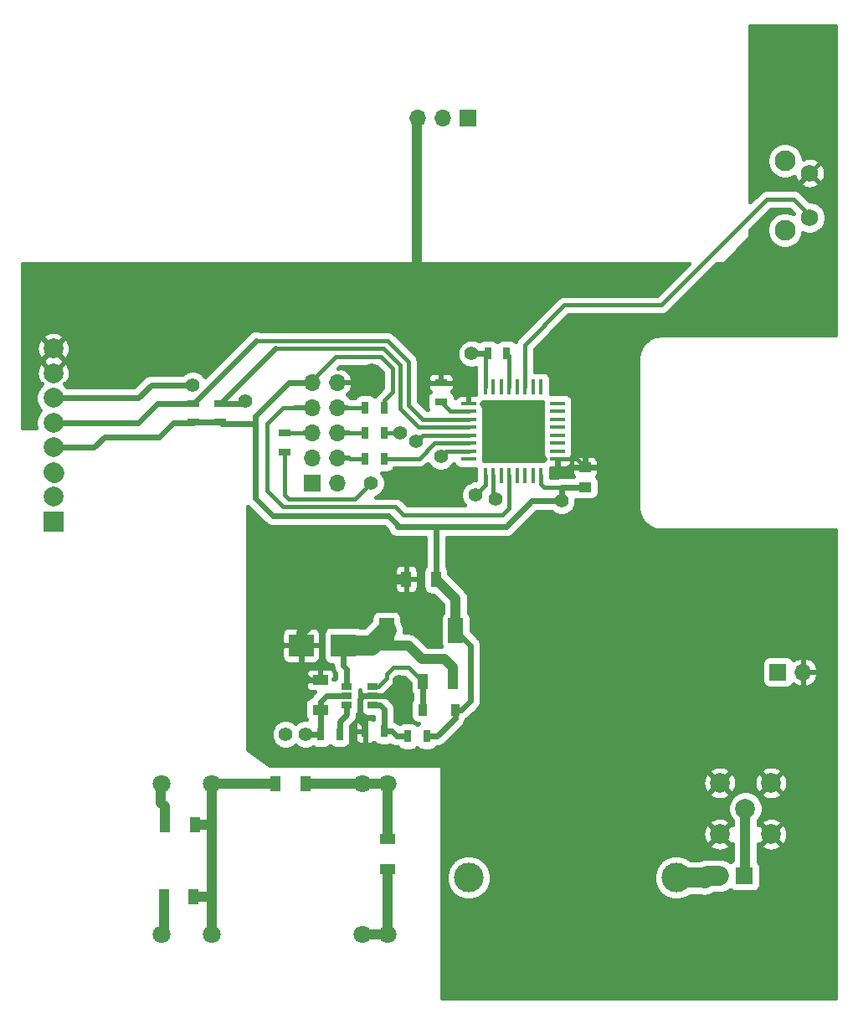
<source format=gbr>
G04 #@! TF.GenerationSoftware,KiCad,Pcbnew,(5.1.2)-1*
G04 #@! TF.CreationDate,2019-12-09T15:18:37+03:00*
G04 #@! TF.ProjectId,controller_board,636f6e74-726f-46c6-9c65-725f626f6172,rev?*
G04 #@! TF.SameCoordinates,Original*
G04 #@! TF.FileFunction,Copper,L2,Bot*
G04 #@! TF.FilePolarity,Positive*
%FSLAX46Y46*%
G04 Gerber Fmt 4.6, Leading zero omitted, Abs format (unit mm)*
G04 Created by KiCad (PCBNEW (5.1.2)-1) date 2019-12-09 15:18:37*
%MOMM*%
%LPD*%
G04 APERTURE LIST*
%ADD10C,3.000000*%
%ADD11C,2.000000*%
%ADD12C,1.800000*%
%ADD13O,1.700000X1.700000*%
%ADD14R,1.700000X1.700000*%
%ADD15R,1.000000X1.600000*%
%ADD16R,1.600000X1.000000*%
%ADD17R,1.250000X1.000000*%
%ADD18R,1.000000X0.700000*%
%ADD19R,2.500000X2.300000*%
%ADD20R,0.900000X1.200000*%
%ADD21R,2.000000X2.000000*%
%ADD22R,1.500000X2.500000*%
%ADD23C,2.100000*%
%ADD24C,1.750000*%
%ADD25R,0.400000X1.500000*%
%ADD26R,1.500000X0.400000*%
%ADD27R,1.300000X0.700000*%
%ADD28R,0.700000X1.300000*%
%ADD29C,1.400000*%
%ADD30C,6.500000*%
%ADD31C,0.600000*%
%ADD32C,0.400000*%
%ADD33C,1.000000*%
%ADD34C,2.000000*%
%ADD35C,0.500000*%
G04 APERTURE END LIST*
D10*
X183000000Y-127000000D03*
X162000000Y-127000000D03*
D11*
X190000000Y-120000000D03*
X187400000Y-122600000D03*
X187400000Y-117400000D03*
X192600000Y-117400000D03*
X192600000Y-122600000D03*
D12*
X130970000Y-132720000D03*
X136050000Y-132720000D03*
X130970000Y-117480000D03*
X136050000Y-117480000D03*
X151290000Y-132720000D03*
X153830000Y-132720000D03*
X151290000Y-117480000D03*
X153830000Y-117480000D03*
D13*
X148770000Y-76920000D03*
X148770000Y-87080000D03*
X146230000Y-84540000D03*
X148770000Y-84540000D03*
X146230000Y-82000000D03*
X148770000Y-82000000D03*
X146230000Y-79460000D03*
X148770000Y-79460000D03*
X146230000Y-76920000D03*
D14*
X146230000Y-87080000D03*
D15*
X134300000Y-121600000D03*
X131300000Y-121600000D03*
X131200000Y-128900000D03*
X134200000Y-128900000D03*
D16*
X147000000Y-110000000D03*
X147000000Y-107000000D03*
D14*
X161900000Y-50200000D03*
D13*
X159360000Y-50200000D03*
X156820000Y-50200000D03*
D16*
X153800000Y-123100000D03*
X153800000Y-126100000D03*
D15*
X142500000Y-117500000D03*
X145500000Y-117500000D03*
D17*
X173800000Y-87500000D03*
X173800000Y-85500000D03*
D15*
X157400000Y-107200000D03*
X160400000Y-107200000D03*
X158700000Y-96800000D03*
X155700000Y-96800000D03*
D18*
X152300000Y-107650000D03*
X152300000Y-108600000D03*
X152300000Y-109550000D03*
X149700000Y-109550000D03*
X149700000Y-107650000D03*
X149700000Y-108600000D03*
D19*
X149350000Y-103500000D03*
X145050000Y-103500000D03*
D20*
X157350000Y-110000000D03*
X160650000Y-110000000D03*
D14*
X189900000Y-126800000D03*
D13*
X187360000Y-126800000D03*
D14*
X193300000Y-106200000D03*
D13*
X195840000Y-106200000D03*
D21*
X120000000Y-91000000D03*
D11*
X120000000Y-88490000D03*
X120000000Y-85990000D03*
X120000000Y-83490000D03*
X120000000Y-80990000D03*
X120000000Y-78490000D03*
X120000000Y-75990000D03*
X120000000Y-73490000D03*
D22*
X160700000Y-102000000D03*
X153700000Y-102000000D03*
D23*
X194010000Y-61510000D03*
D24*
X196500000Y-60250000D03*
X196500000Y-55750000D03*
D23*
X194010000Y-54500000D03*
D25*
X163700000Y-77350000D03*
X164500000Y-77350000D03*
X165300000Y-77350000D03*
X166100000Y-77350000D03*
X166900000Y-77350000D03*
X167700000Y-77350000D03*
X168500000Y-77350000D03*
X169300000Y-77350000D03*
D26*
X171000000Y-79050000D03*
X171000000Y-79850000D03*
X171000000Y-80650000D03*
X171000000Y-81450000D03*
X171000000Y-82250000D03*
X171000000Y-83050000D03*
X171000000Y-83850000D03*
X171000000Y-84650000D03*
D25*
X169300000Y-86350000D03*
X168500000Y-86350000D03*
X167700000Y-86350000D03*
X166900000Y-86350000D03*
X166100000Y-86350000D03*
X165300000Y-86350000D03*
X164500000Y-86350000D03*
X163700000Y-86350000D03*
D26*
X162000000Y-84650000D03*
X162000000Y-83850000D03*
X162000000Y-83050000D03*
X162000000Y-82250000D03*
X162000000Y-81450000D03*
X162000000Y-80650000D03*
X162000000Y-79850000D03*
X162000000Y-79050000D03*
D27*
X134200000Y-79050000D03*
X134200000Y-80950000D03*
X136900000Y-79050000D03*
X136900000Y-80950000D03*
X159200000Y-78850000D03*
X159200000Y-76950000D03*
D28*
X163950000Y-74000000D03*
X165850000Y-74000000D03*
D27*
X143400000Y-82050000D03*
X143400000Y-83950000D03*
D28*
X153450000Y-82000000D03*
X151550000Y-82000000D03*
X153450000Y-79500000D03*
X151550000Y-79500000D03*
X151550000Y-84600000D03*
X153450000Y-84600000D03*
X148950000Y-112500000D03*
X147050000Y-112500000D03*
X155850000Y-112700000D03*
X157750000Y-112700000D03*
X151550000Y-112200000D03*
X153450000Y-112200000D03*
D29*
X145500000Y-112500000D03*
X143500000Y-112500000D03*
D30*
X194000000Y-48500000D03*
X194000000Y-131500000D03*
X148000000Y-68500000D03*
X196000000Y-68500000D03*
X148000000Y-95500000D03*
X196000000Y-95500000D03*
D29*
X152200000Y-75700000D03*
X144500000Y-110400000D03*
X144500000Y-108300000D03*
X155200000Y-109600000D03*
X155000000Y-107200000D03*
X142400000Y-99800000D03*
X142000000Y-102000000D03*
X142000000Y-104000000D03*
X142000000Y-106000000D03*
X142000000Y-108000000D03*
X141200000Y-110000000D03*
X141200000Y-112000000D03*
X141200000Y-114000000D03*
X143900000Y-98300000D03*
X143500000Y-115000000D03*
X145500000Y-115000000D03*
X148000000Y-115000000D03*
X150000000Y-114500000D03*
X152000000Y-114500000D03*
X154000000Y-114500000D03*
X156000000Y-115000000D03*
X158000000Y-115000000D03*
X160000000Y-114000000D03*
X162300000Y-113500000D03*
X164600000Y-113500000D03*
X164300000Y-103400000D03*
X152900000Y-93900000D03*
X155000000Y-93900000D03*
X157000000Y-93900000D03*
X160500000Y-94000000D03*
X162800000Y-94700000D03*
X164300000Y-96600000D03*
X164300000Y-98800000D03*
X164300000Y-101000000D03*
X174200000Y-82900000D03*
X166600000Y-82100000D03*
X160200000Y-88000000D03*
X157600000Y-74000000D03*
X172700000Y-75600000D03*
X180400000Y-66300000D03*
X171400000Y-88900000D03*
X162300000Y-74000000D03*
X139400000Y-78800000D03*
X134100000Y-77200000D03*
X164700000Y-88700000D03*
X162700000Y-88300000D03*
X156700000Y-82900000D03*
X152100000Y-87100000D03*
X159200000Y-84400000D03*
X155100000Y-82000000D03*
D31*
X147050000Y-112500000D02*
X147050000Y-110050000D01*
X147050000Y-110050000D02*
X147000000Y-110000000D01*
X149700000Y-108600000D02*
X147600000Y-108600000D01*
X147000000Y-109200000D02*
X147000000Y-110000000D01*
X147600000Y-108600000D02*
X147000000Y-109200000D01*
X147250000Y-110050000D02*
X147200000Y-110000000D01*
X147050000Y-112500000D02*
X145500000Y-112500000D01*
D32*
X148770000Y-76920000D02*
X150980000Y-76920000D01*
X150980000Y-76920000D02*
X152200000Y-75700000D01*
X171000000Y-84650000D02*
X172950000Y-84650000D01*
X172950000Y-84650000D02*
X173800000Y-85500000D01*
D33*
X145050000Y-103500000D02*
X145050000Y-102250000D01*
X154600000Y-96800000D02*
X155700000Y-96800000D01*
X151000000Y-100400000D02*
X154600000Y-96800000D01*
X146900000Y-100400000D02*
X151000000Y-100400000D01*
X145050000Y-102250000D02*
X146900000Y-100400000D01*
D31*
X144500000Y-108300000D02*
X144500000Y-110400000D01*
X147000000Y-107000000D02*
X145800000Y-107000000D01*
X145800000Y-107000000D02*
X144500000Y-108300000D01*
X152300000Y-108600000D02*
X153600000Y-108600000D01*
X153600000Y-108600000D02*
X155000000Y-107200000D01*
X147000000Y-107000000D02*
X145900000Y-107000000D01*
X145050000Y-106150000D02*
X145050000Y-103500000D01*
X145900000Y-107000000D02*
X145050000Y-106150000D01*
X152300000Y-108600000D02*
X151300000Y-108600000D01*
X151000000Y-111100000D02*
X151550000Y-111650000D01*
X151000000Y-108900000D02*
X151000000Y-111100000D01*
X151300000Y-108600000D02*
X151000000Y-108900000D01*
X151550000Y-111650000D02*
X151550000Y-112200000D01*
X155800000Y-68500000D02*
X148000000Y-68500000D01*
X156800000Y-67500000D02*
X155800000Y-68500000D01*
X156820000Y-50200000D02*
X156800000Y-50220000D01*
D33*
X156800000Y-50220000D02*
X156800000Y-67500000D01*
X151290000Y-117480000D02*
X153830000Y-117480000D01*
X153830000Y-117480000D02*
X153830000Y-121000000D01*
X153830000Y-121000000D02*
X153830000Y-123070000D01*
X153830000Y-123070000D02*
X153800000Y-123100000D01*
X145500000Y-117500000D02*
X151270000Y-117500000D01*
X151270000Y-117500000D02*
X151290000Y-117480000D01*
X151290000Y-132720000D02*
X153830000Y-132720000D01*
X153830000Y-132720000D02*
X153830000Y-127900000D01*
X153830000Y-127900000D02*
X153830000Y-126130000D01*
X153830000Y-126130000D02*
X153800000Y-126100000D01*
D31*
X162300000Y-74000000D02*
X163950000Y-74000000D01*
X140400000Y-88200000D02*
X140400000Y-88600000D01*
X140400000Y-81100000D02*
X140400000Y-88200000D01*
X153900000Y-90400000D02*
X155000000Y-91500000D01*
X142200000Y-90400000D02*
X153900000Y-90400000D01*
X140400000Y-88600000D02*
X142200000Y-90400000D01*
D32*
X153450000Y-79500000D02*
X153450000Y-78750000D01*
X146230000Y-76670000D02*
X146230000Y-76920000D01*
X148600000Y-74300000D02*
X146230000Y-76670000D01*
X153100000Y-74300000D02*
X148600000Y-74300000D01*
X154300000Y-75500000D02*
X153100000Y-74300000D01*
X154300000Y-77900000D02*
X154300000Y-75500000D01*
X153450000Y-78750000D02*
X154300000Y-77900000D01*
D31*
X136900000Y-80950000D02*
X134200000Y-80950000D01*
X158700000Y-91500000D02*
X155000000Y-91500000D01*
X155000000Y-91500000D02*
X154800000Y-91500000D01*
X136900000Y-80950000D02*
X137050000Y-81100000D01*
X137050000Y-81100000D02*
X140400000Y-81100000D01*
X171400000Y-88900000D02*
X168400000Y-88900000D01*
X158700000Y-91500000D02*
X158700000Y-96800000D01*
X165800000Y-91500000D02*
X158700000Y-91500000D01*
X168400000Y-88900000D02*
X165800000Y-91500000D01*
X158700000Y-95400000D02*
X158700000Y-96800000D01*
X171400000Y-88900000D02*
X171400000Y-88800000D01*
X171400000Y-87500000D02*
X171400000Y-88900000D01*
D32*
X169300000Y-86350000D02*
X169300000Y-87200000D01*
X169600000Y-87500000D02*
X171400000Y-87500000D01*
D31*
X171400000Y-87500000D02*
X173800000Y-87500000D01*
D32*
X169300000Y-87200000D02*
X169600000Y-87500000D01*
X163700000Y-77350000D02*
X163700000Y-74250000D01*
X163700000Y-74250000D02*
X163950000Y-74000000D01*
D33*
X160700000Y-102000000D02*
X160700000Y-98800000D01*
X160700000Y-98800000D02*
X158700000Y-96800000D01*
D31*
X160650000Y-110000000D02*
X161300000Y-110000000D01*
X162200000Y-103500000D02*
X160700000Y-102000000D01*
X162200000Y-109100000D02*
X162200000Y-103500000D01*
X161300000Y-110000000D02*
X162200000Y-109100000D01*
X157750000Y-112700000D02*
X158800000Y-112700000D01*
X160650000Y-110850000D02*
X160650000Y-110000000D01*
X158800000Y-112700000D02*
X160650000Y-110850000D01*
X140400000Y-80300000D02*
X140400000Y-81100000D01*
X146230000Y-76920000D02*
X143780000Y-76920000D01*
X143780000Y-76920000D02*
X140400000Y-80300000D01*
X120000000Y-83490000D02*
X124110000Y-83490000D01*
X124110000Y-83490000D02*
X125200000Y-82400000D01*
X125200000Y-82400000D02*
X130700000Y-82400000D01*
X130700000Y-82400000D02*
X132100000Y-81000000D01*
X132100000Y-81000000D02*
X134200000Y-81000000D01*
D32*
X152300000Y-107650000D02*
X152850000Y-107650000D01*
X155900000Y-105700000D02*
X157400000Y-107200000D01*
X154400000Y-105700000D02*
X155900000Y-105700000D01*
X153700000Y-106400000D02*
X154400000Y-105700000D01*
X153700000Y-106800000D02*
X153700000Y-106400000D01*
X152850000Y-107650000D02*
X153700000Y-106800000D01*
D31*
X157400000Y-107200000D02*
X157400000Y-109950000D01*
X157400000Y-109950000D02*
X157350000Y-110000000D01*
D33*
X160400000Y-107200000D02*
X160400000Y-105700000D01*
X155900000Y-103500000D02*
X152200000Y-103500000D01*
X157300000Y-104900000D02*
X155900000Y-103500000D01*
X159600000Y-104900000D02*
X157300000Y-104900000D01*
X160400000Y-105700000D02*
X159600000Y-104900000D01*
D34*
X149350000Y-103500000D02*
X152200000Y-103500000D01*
X152200000Y-103500000D02*
X153700000Y-102000000D01*
D31*
X149700000Y-107650000D02*
X149700000Y-105900000D01*
X149350000Y-105550000D02*
X149350000Y-103500000D01*
X149700000Y-105900000D02*
X149350000Y-105550000D01*
D34*
X120110000Y-86100000D02*
X120000000Y-85990000D01*
D31*
X152300000Y-109550000D02*
X153050000Y-109550000D01*
X153450000Y-109950000D02*
X153450000Y-112200000D01*
X153050000Y-109550000D02*
X153450000Y-109950000D01*
X153450000Y-112200000D02*
X154200000Y-112200000D01*
X154700000Y-112700000D02*
X155850000Y-112700000D01*
X154200000Y-112200000D02*
X154700000Y-112700000D01*
X149700000Y-109550000D02*
X149700000Y-110500000D01*
X148950000Y-111250000D02*
X148950000Y-112500000D01*
X149700000Y-110500000D02*
X148950000Y-111250000D01*
D34*
X186157919Y-126800000D02*
X185857919Y-127100000D01*
X187360000Y-126800000D02*
X186157919Y-126800000D01*
X185957919Y-127000000D02*
X186157919Y-126800000D01*
X183000000Y-127000000D02*
X185957919Y-127000000D01*
D33*
X190000000Y-126700000D02*
X189900000Y-126800000D01*
X190000000Y-120000000D02*
X190000000Y-126700000D01*
D32*
X150000000Y-84600000D02*
X151550000Y-84600000D01*
X149940000Y-84540000D02*
X150000000Y-84600000D01*
D35*
X151490000Y-84540000D02*
X151550000Y-84600000D01*
X149940000Y-84540000D02*
X148760000Y-84540000D01*
X148760000Y-84540000D02*
X148700000Y-84600000D01*
D32*
X143400000Y-82050000D02*
X145350000Y-82050000D01*
X146180000Y-82050000D02*
X146230000Y-82000000D01*
X146180000Y-82050000D02*
X146230000Y-82000000D01*
X146180000Y-82050000D02*
X146230000Y-82000000D01*
D35*
X146130000Y-81900000D02*
X146230000Y-82000000D01*
X145350000Y-82050000D02*
X146150000Y-82050000D01*
X146150000Y-82050000D02*
X146200000Y-82100000D01*
D32*
X149900000Y-82000000D02*
X151550000Y-82000000D01*
D35*
X149900000Y-82000000D02*
X148800000Y-82000000D01*
X148800000Y-82000000D02*
X148700000Y-82000000D01*
D32*
X141600000Y-87900000D02*
X143200000Y-89500000D01*
X155400000Y-90300000D02*
X165400000Y-90300000D01*
X143240000Y-79460000D02*
X141600000Y-81100000D01*
X141600000Y-81100000D02*
X141600000Y-87900000D01*
X166100000Y-89600000D02*
X166100000Y-86350000D01*
X165400000Y-90300000D02*
X166100000Y-89600000D01*
X143240000Y-79460000D02*
X144440000Y-79460000D01*
X154600000Y-89500000D02*
X155400000Y-90300000D01*
X143200000Y-89500000D02*
X154600000Y-89500000D01*
D35*
X145027919Y-79460000D02*
X144440000Y-79460000D01*
X146230000Y-79460000D02*
X145027919Y-79460000D01*
D32*
X149800000Y-79500000D02*
X151550000Y-79500000D01*
X149760000Y-79460000D02*
X149800000Y-79500000D01*
D35*
X151510000Y-79460000D02*
X151550000Y-79500000D01*
X149760000Y-79460000D02*
X148740000Y-79460000D01*
D31*
X128610000Y-80990000D02*
X122110000Y-80990000D01*
X134200000Y-79050000D02*
X130550000Y-79050000D01*
X128610000Y-80990000D02*
X130550000Y-79050000D01*
D32*
X162000000Y-80650000D02*
X157350000Y-80650000D01*
D31*
X140550000Y-72700000D02*
X134200000Y-79050000D01*
D32*
X153800000Y-72700000D02*
X140550000Y-72700000D01*
X155900000Y-74800000D02*
X153800000Y-72700000D01*
X155900000Y-79200000D02*
X155900000Y-74800000D01*
X157350000Y-80650000D02*
X155900000Y-79200000D01*
D31*
X122110000Y-80990000D02*
X119910000Y-80990000D01*
X119910000Y-80990000D02*
X119900000Y-81000000D01*
X128610000Y-78490000D02*
X122210000Y-78490000D01*
X136900000Y-79050000D02*
X139150000Y-79050000D01*
D32*
X139400000Y-78800000D02*
X139150000Y-79050000D01*
D31*
X129900000Y-77200000D02*
X134100000Y-77200000D01*
X128610000Y-78490000D02*
X129900000Y-77200000D01*
D32*
X162000000Y-81450000D02*
X156950000Y-81450000D01*
D31*
X142450000Y-73500000D02*
X136900000Y-79050000D01*
D32*
X153400000Y-73500000D02*
X142450000Y-73500000D01*
X155100000Y-75200000D02*
X153400000Y-73500000D01*
X155100000Y-79600000D02*
X155100000Y-75200000D01*
X156950000Y-81450000D02*
X155100000Y-79600000D01*
D35*
X120010000Y-78490000D02*
X120000000Y-78500000D01*
D31*
X122210000Y-78490000D02*
X120010000Y-78490000D01*
D32*
X164500000Y-86350000D02*
X164500000Y-88500000D01*
X164500000Y-88500000D02*
X164700000Y-88700000D01*
X163700000Y-86350000D02*
X163700000Y-87300000D01*
X163700000Y-87300000D02*
X162700000Y-88300000D01*
X162000000Y-79850000D02*
X160200000Y-79850000D01*
X160200000Y-79850000D02*
X159200000Y-78850000D01*
X166100000Y-77350000D02*
X166100000Y-74250000D01*
X166100000Y-74250000D02*
X165850000Y-74000000D01*
X143800000Y-88700000D02*
X150500000Y-88700000D01*
X157350000Y-82250000D02*
X156700000Y-82900000D01*
X162000000Y-82250000D02*
X157350000Y-82250000D01*
X143800000Y-88700000D02*
X143400000Y-88300000D01*
X143400000Y-88300000D02*
X143400000Y-83950000D01*
X150500000Y-88700000D02*
X152100000Y-87100000D01*
X153450000Y-82000000D02*
X155100000Y-82000000D01*
X159200000Y-84400000D02*
X159750000Y-83850000D01*
X159750000Y-83850000D02*
X162000000Y-83850000D01*
X153450000Y-84600000D02*
X157000000Y-84600000D01*
X158550000Y-83050000D02*
X162000000Y-83050000D01*
X157000000Y-84600000D02*
X158550000Y-83050000D01*
X196500000Y-60000000D02*
X196500000Y-59900000D01*
X167700000Y-73100000D02*
X167700000Y-77350000D01*
X171700000Y-69100000D02*
X167700000Y-73100000D01*
X181500000Y-69100000D02*
X171700000Y-69100000D01*
X192200000Y-58400000D02*
X181500000Y-69100000D01*
X196500000Y-60000000D02*
X194900000Y-58400000D01*
X194900000Y-58400000D02*
X192200000Y-58400000D01*
D33*
X136050000Y-117480000D02*
X142480000Y-117480000D01*
X142480000Y-117480000D02*
X142500000Y-117500000D01*
X135950000Y-121750000D02*
X136050000Y-121750000D01*
X135800000Y-121600000D02*
X135950000Y-121750000D01*
X134300000Y-121600000D02*
X135800000Y-121600000D01*
X136050000Y-117480000D02*
X136050000Y-121750000D01*
X136050000Y-121750000D02*
X136050000Y-128200000D01*
X135750000Y-128850000D02*
X136050000Y-128850000D01*
X135700000Y-128900000D02*
X135750000Y-128850000D01*
X134200000Y-128900000D02*
X135700000Y-128900000D01*
X136050000Y-128200000D02*
X136050000Y-128850000D01*
X136050000Y-128850000D02*
X136050000Y-132720000D01*
X130970000Y-132930000D02*
X130970000Y-132720000D01*
X131200000Y-128900000D02*
X131200000Y-132700000D01*
X131200000Y-132700000D02*
X131000000Y-132900000D01*
X131300000Y-119800000D02*
X130900000Y-119400000D01*
X131300000Y-121600000D02*
X131300000Y-119800000D01*
X130900000Y-119400000D02*
X130900000Y-117700000D01*
D32*
G36*
X199125000Y-72125000D02*
G01*
X181457021Y-72125000D01*
X181419430Y-72128702D01*
X181410227Y-72128638D01*
X181398068Y-72129830D01*
X181106922Y-72160430D01*
X181029243Y-72176375D01*
X180951334Y-72191237D01*
X180939638Y-72194768D01*
X180659982Y-72281336D01*
X180586856Y-72312075D01*
X180513341Y-72341777D01*
X180502554Y-72347513D01*
X180245038Y-72486752D01*
X180179289Y-72531101D01*
X180112933Y-72574523D01*
X180103466Y-72582244D01*
X179877898Y-72768850D01*
X179822037Y-72825102D01*
X179765355Y-72880609D01*
X179757568Y-72890023D01*
X179572542Y-73116887D01*
X179528652Y-73182947D01*
X179483850Y-73248378D01*
X179478039Y-73259125D01*
X179340602Y-73517606D01*
X179310383Y-73590921D01*
X179279139Y-73663819D01*
X179275530Y-73675480D01*
X179275526Y-73675490D01*
X179275524Y-73675500D01*
X179190913Y-73955744D01*
X179175508Y-74033542D01*
X179159020Y-74111114D01*
X179157743Y-74123264D01*
X179129176Y-74414616D01*
X179129176Y-74414622D01*
X179125000Y-74457022D01*
X179125001Y-89542979D01*
X179128702Y-89580560D01*
X179128638Y-89589774D01*
X179129830Y-89601933D01*
X179160430Y-89893078D01*
X179176375Y-89970757D01*
X179191237Y-90048666D01*
X179194768Y-90060362D01*
X179281336Y-90340017D01*
X179312070Y-90413130D01*
X179341777Y-90486659D01*
X179347513Y-90497446D01*
X179486752Y-90754962D01*
X179531116Y-90820734D01*
X179574523Y-90887067D01*
X179582245Y-90896535D01*
X179768850Y-91122102D01*
X179825102Y-91177963D01*
X179880609Y-91234645D01*
X179890023Y-91242432D01*
X180116887Y-91427458D01*
X180182947Y-91471348D01*
X180248378Y-91516150D01*
X180259125Y-91521961D01*
X180517606Y-91659398D01*
X180590910Y-91689612D01*
X180663819Y-91720861D01*
X180675484Y-91724471D01*
X180675491Y-91724474D01*
X180675498Y-91724475D01*
X180955745Y-91809087D01*
X181033527Y-91824489D01*
X181111113Y-91840980D01*
X181123260Y-91842257D01*
X181123264Y-91842257D01*
X181414616Y-91870824D01*
X181414621Y-91870824D01*
X181457021Y-91875000D01*
X199125000Y-91875000D01*
X199125001Y-139125000D01*
X159300000Y-139125000D01*
X159300000Y-126773470D01*
X159700000Y-126773470D01*
X159700000Y-127226530D01*
X159788387Y-127670885D01*
X159961766Y-128089459D01*
X160213473Y-128466165D01*
X160533835Y-128786527D01*
X160910541Y-129038234D01*
X161329115Y-129211613D01*
X161773470Y-129300000D01*
X162226530Y-129300000D01*
X162670885Y-129211613D01*
X163089459Y-129038234D01*
X163466165Y-128786527D01*
X163786527Y-128466165D01*
X164038234Y-128089459D01*
X164211613Y-127670885D01*
X164300000Y-127226530D01*
X164300000Y-126773470D01*
X180700000Y-126773470D01*
X180700000Y-127226530D01*
X180788387Y-127670885D01*
X180961766Y-128089459D01*
X181213473Y-128466165D01*
X181533835Y-128786527D01*
X181910541Y-129038234D01*
X182329115Y-129211613D01*
X182773470Y-129300000D01*
X183226530Y-129300000D01*
X183670885Y-129211613D01*
X184089459Y-129038234D01*
X184446001Y-128800000D01*
X185261261Y-128800000D01*
X185505058Y-128873955D01*
X185857919Y-128908708D01*
X186210780Y-128873955D01*
X186550081Y-128771029D01*
X186862783Y-128603886D01*
X186867518Y-128600000D01*
X187448424Y-128600000D01*
X187712862Y-128573955D01*
X188052163Y-128471029D01*
X188364865Y-128303887D01*
X188476517Y-128212256D01*
X188481578Y-128218422D01*
X188603394Y-128318393D01*
X188742372Y-128392679D01*
X188893173Y-128438424D01*
X189050000Y-128453870D01*
X190750000Y-128453870D01*
X190906827Y-128438424D01*
X191057628Y-128392679D01*
X191196606Y-128318393D01*
X191318422Y-128218422D01*
X191418393Y-128096606D01*
X191492679Y-127957628D01*
X191538424Y-127806827D01*
X191553870Y-127650000D01*
X191553870Y-125950000D01*
X191538424Y-125793173D01*
X191492679Y-125642372D01*
X191418393Y-125503394D01*
X191318422Y-125381578D01*
X191300000Y-125366460D01*
X191300000Y-123725938D01*
X191550429Y-123725938D01*
X191635392Y-124019539D01*
X191930865Y-124180449D01*
X192252053Y-124280623D01*
X192586612Y-124316212D01*
X192921686Y-124285847D01*
X193244397Y-124190697D01*
X193542345Y-124034416D01*
X193564608Y-124019539D01*
X193649571Y-123725938D01*
X192600000Y-122676368D01*
X191550429Y-123725938D01*
X191300000Y-123725938D01*
X191300000Y-123599200D01*
X191474062Y-123649571D01*
X192523632Y-122600000D01*
X192676368Y-122600000D01*
X193725938Y-123649571D01*
X194019539Y-123564608D01*
X194180449Y-123269135D01*
X194280623Y-122947947D01*
X194316212Y-122613388D01*
X194285847Y-122278314D01*
X194190697Y-121955603D01*
X194034416Y-121657655D01*
X194019539Y-121635392D01*
X193725938Y-121550429D01*
X192676368Y-122600000D01*
X192523632Y-122600000D01*
X191474062Y-121550429D01*
X191300000Y-121600800D01*
X191300000Y-121474062D01*
X191550429Y-121474062D01*
X192600000Y-122523632D01*
X193649571Y-121474062D01*
X193564608Y-121180461D01*
X193269135Y-121019551D01*
X192947947Y-120919377D01*
X192613388Y-120883788D01*
X192278314Y-120914153D01*
X191955603Y-121009303D01*
X191657655Y-121165584D01*
X191635392Y-121180461D01*
X191550429Y-121474062D01*
X191300000Y-121474062D01*
X191300000Y-121245584D01*
X191398151Y-121147433D01*
X191595139Y-120852620D01*
X191730827Y-120525041D01*
X191800000Y-120177284D01*
X191800000Y-119822716D01*
X191730827Y-119474959D01*
X191595139Y-119147380D01*
X191398151Y-118852567D01*
X191147433Y-118601849D01*
X191033825Y-118525938D01*
X191550429Y-118525938D01*
X191635392Y-118819539D01*
X191930865Y-118980449D01*
X192252053Y-119080623D01*
X192586612Y-119116212D01*
X192921686Y-119085847D01*
X193244397Y-118990697D01*
X193542345Y-118834416D01*
X193564608Y-118819539D01*
X193649571Y-118525938D01*
X192600000Y-117476368D01*
X191550429Y-118525938D01*
X191033825Y-118525938D01*
X190852620Y-118404861D01*
X190525041Y-118269173D01*
X190177284Y-118200000D01*
X189822716Y-118200000D01*
X189474959Y-118269173D01*
X189147380Y-118404861D01*
X188852567Y-118601849D01*
X188601849Y-118852567D01*
X188404861Y-119147380D01*
X188269173Y-119474959D01*
X188200000Y-119822716D01*
X188200000Y-120177284D01*
X188269173Y-120525041D01*
X188404861Y-120852620D01*
X188601849Y-121147433D01*
X188700000Y-121245584D01*
X188700000Y-121600800D01*
X188525938Y-121550429D01*
X187476368Y-122600000D01*
X188525938Y-123649571D01*
X188700001Y-123599200D01*
X188700001Y-125229969D01*
X188603394Y-125281607D01*
X188481578Y-125381578D01*
X188476517Y-125387744D01*
X188364865Y-125296113D01*
X188052163Y-125128971D01*
X187712862Y-125026045D01*
X187448424Y-125000000D01*
X186246335Y-125000000D01*
X186157919Y-124991292D01*
X186157918Y-124991292D01*
X186069502Y-125000000D01*
X186069495Y-125000000D01*
X185805057Y-125026045D01*
X185465756Y-125128971D01*
X185332870Y-125200000D01*
X184446001Y-125200000D01*
X184089459Y-124961766D01*
X183670885Y-124788387D01*
X183226530Y-124700000D01*
X182773470Y-124700000D01*
X182329115Y-124788387D01*
X181910541Y-124961766D01*
X181533835Y-125213473D01*
X181213473Y-125533835D01*
X180961766Y-125910541D01*
X180788387Y-126329115D01*
X180700000Y-126773470D01*
X164300000Y-126773470D01*
X164211613Y-126329115D01*
X164038234Y-125910541D01*
X163786527Y-125533835D01*
X163466165Y-125213473D01*
X163089459Y-124961766D01*
X162670885Y-124788387D01*
X162226530Y-124700000D01*
X161773470Y-124700000D01*
X161329115Y-124788387D01*
X160910541Y-124961766D01*
X160533835Y-125213473D01*
X160213473Y-125533835D01*
X159961766Y-125910541D01*
X159788387Y-126329115D01*
X159700000Y-126773470D01*
X159300000Y-126773470D01*
X159300000Y-123725938D01*
X186350429Y-123725938D01*
X186435392Y-124019539D01*
X186730865Y-124180449D01*
X187052053Y-124280623D01*
X187386612Y-124316212D01*
X187721686Y-124285847D01*
X188044397Y-124190697D01*
X188342345Y-124034416D01*
X188364608Y-124019539D01*
X188449571Y-123725938D01*
X187400000Y-122676368D01*
X186350429Y-123725938D01*
X159300000Y-123725938D01*
X159300000Y-122586612D01*
X185683788Y-122586612D01*
X185714153Y-122921686D01*
X185809303Y-123244397D01*
X185965584Y-123542345D01*
X185980461Y-123564608D01*
X186274062Y-123649571D01*
X187323632Y-122600000D01*
X186274062Y-121550429D01*
X185980461Y-121635392D01*
X185819551Y-121930865D01*
X185719377Y-122252053D01*
X185683788Y-122586612D01*
X159300000Y-122586612D01*
X159300000Y-121474062D01*
X186350429Y-121474062D01*
X187400000Y-122523632D01*
X188449571Y-121474062D01*
X188364608Y-121180461D01*
X188069135Y-121019551D01*
X187747947Y-120919377D01*
X187413388Y-120883788D01*
X187078314Y-120914153D01*
X186755603Y-121009303D01*
X186457655Y-121165584D01*
X186435392Y-121180461D01*
X186350429Y-121474062D01*
X159300000Y-121474062D01*
X159300000Y-118525938D01*
X186350429Y-118525938D01*
X186435392Y-118819539D01*
X186730865Y-118980449D01*
X187052053Y-119080623D01*
X187386612Y-119116212D01*
X187721686Y-119085847D01*
X188044397Y-118990697D01*
X188342345Y-118834416D01*
X188364608Y-118819539D01*
X188449571Y-118525938D01*
X187400000Y-117476368D01*
X186350429Y-118525938D01*
X159300000Y-118525938D01*
X159300000Y-117386612D01*
X185683788Y-117386612D01*
X185714153Y-117721686D01*
X185809303Y-118044397D01*
X185965584Y-118342345D01*
X185980461Y-118364608D01*
X186274062Y-118449571D01*
X187323632Y-117400000D01*
X187476368Y-117400000D01*
X188525938Y-118449571D01*
X188819539Y-118364608D01*
X188980449Y-118069135D01*
X189080623Y-117747947D01*
X189116212Y-117413388D01*
X189113786Y-117386612D01*
X190883788Y-117386612D01*
X190914153Y-117721686D01*
X191009303Y-118044397D01*
X191165584Y-118342345D01*
X191180461Y-118364608D01*
X191474062Y-118449571D01*
X192523632Y-117400000D01*
X192676368Y-117400000D01*
X193725938Y-118449571D01*
X194019539Y-118364608D01*
X194180449Y-118069135D01*
X194280623Y-117747947D01*
X194316212Y-117413388D01*
X194285847Y-117078314D01*
X194190697Y-116755603D01*
X194034416Y-116457655D01*
X194019539Y-116435392D01*
X193725938Y-116350429D01*
X192676368Y-117400000D01*
X192523632Y-117400000D01*
X191474062Y-116350429D01*
X191180461Y-116435392D01*
X191019551Y-116730865D01*
X190919377Y-117052053D01*
X190883788Y-117386612D01*
X189113786Y-117386612D01*
X189085847Y-117078314D01*
X188990697Y-116755603D01*
X188834416Y-116457655D01*
X188819539Y-116435392D01*
X188525938Y-116350429D01*
X187476368Y-117400000D01*
X187323632Y-117400000D01*
X186274062Y-116350429D01*
X185980461Y-116435392D01*
X185819551Y-116730865D01*
X185719377Y-117052053D01*
X185683788Y-117386612D01*
X159300000Y-117386612D01*
X159300000Y-116274062D01*
X186350429Y-116274062D01*
X187400000Y-117323632D01*
X188449571Y-116274062D01*
X191550429Y-116274062D01*
X192600000Y-117323632D01*
X193649571Y-116274062D01*
X193564608Y-115980461D01*
X193269135Y-115819551D01*
X192947947Y-115719377D01*
X192613388Y-115683788D01*
X192278314Y-115714153D01*
X191955603Y-115809303D01*
X191657655Y-115965584D01*
X191635392Y-115980461D01*
X191550429Y-116274062D01*
X188449571Y-116274062D01*
X188364608Y-115980461D01*
X188069135Y-115819551D01*
X187747947Y-115719377D01*
X187413388Y-115683788D01*
X187078314Y-115714153D01*
X186755603Y-115809303D01*
X186457655Y-115965584D01*
X186435392Y-115980461D01*
X186350429Y-116274062D01*
X159300000Y-116274062D01*
X159300000Y-115800000D01*
X159296157Y-115760982D01*
X159284776Y-115723463D01*
X159266294Y-115688886D01*
X159241421Y-115658579D01*
X159211114Y-115633706D01*
X159176537Y-115615224D01*
X159139018Y-115603843D01*
X159100000Y-115600000D01*
X141865890Y-115600000D01*
X139700000Y-113999125D01*
X139700000Y-106500000D01*
X145488574Y-106500000D01*
X145492000Y-106769000D01*
X145669000Y-106946000D01*
X146946000Y-106946000D01*
X146946000Y-105969000D01*
X146769000Y-105792000D01*
X146200000Y-105788574D01*
X146061208Y-105802244D01*
X145927749Y-105842728D01*
X145804753Y-105908471D01*
X145696946Y-105996946D01*
X145608471Y-106104753D01*
X145542728Y-106227749D01*
X145502244Y-106361208D01*
X145488574Y-106500000D01*
X139700000Y-106500000D01*
X139700000Y-104650000D01*
X143088574Y-104650000D01*
X143102244Y-104788792D01*
X143142728Y-104922251D01*
X143208471Y-105045247D01*
X143296946Y-105153054D01*
X143404753Y-105241529D01*
X143527749Y-105307272D01*
X143661208Y-105347756D01*
X143800000Y-105361426D01*
X144819000Y-105358000D01*
X144996000Y-105181000D01*
X144996000Y-103554000D01*
X145104000Y-103554000D01*
X145104000Y-105181000D01*
X145281000Y-105358000D01*
X146300000Y-105361426D01*
X146438792Y-105347756D01*
X146572251Y-105307272D01*
X146695247Y-105241529D01*
X146803054Y-105153054D01*
X146891529Y-105045247D01*
X146957272Y-104922251D01*
X146997756Y-104788792D01*
X147011426Y-104650000D01*
X147008000Y-103731000D01*
X146831000Y-103554000D01*
X145104000Y-103554000D01*
X144996000Y-103554000D01*
X143269000Y-103554000D01*
X143092000Y-103731000D01*
X143088574Y-104650000D01*
X139700000Y-104650000D01*
X139700000Y-102350000D01*
X143088574Y-102350000D01*
X143092000Y-103269000D01*
X143269000Y-103446000D01*
X144996000Y-103446000D01*
X144996000Y-101819000D01*
X145104000Y-101819000D01*
X145104000Y-103446000D01*
X146831000Y-103446000D01*
X147008000Y-103269000D01*
X147011426Y-102350000D01*
X146997756Y-102211208D01*
X146957272Y-102077749D01*
X146891529Y-101954753D01*
X146803054Y-101846946D01*
X146695247Y-101758471D01*
X146572251Y-101692728D01*
X146438792Y-101652244D01*
X146300000Y-101638574D01*
X145281000Y-101642000D01*
X145104000Y-101819000D01*
X144996000Y-101819000D01*
X144819000Y-101642000D01*
X143800000Y-101638574D01*
X143661208Y-101652244D01*
X143527749Y-101692728D01*
X143404753Y-101758471D01*
X143296946Y-101846946D01*
X143208471Y-101954753D01*
X143142728Y-102077749D01*
X143102244Y-102211208D01*
X143088574Y-102350000D01*
X139700000Y-102350000D01*
X139700000Y-97600000D01*
X154488574Y-97600000D01*
X154502244Y-97738792D01*
X154542728Y-97872251D01*
X154608471Y-97995247D01*
X154696946Y-98103054D01*
X154804753Y-98191529D01*
X154927749Y-98257272D01*
X155061208Y-98297756D01*
X155200000Y-98311426D01*
X155469000Y-98308000D01*
X155646000Y-98131000D01*
X155646000Y-96854000D01*
X155754000Y-96854000D01*
X155754000Y-98131000D01*
X155931000Y-98308000D01*
X156200000Y-98311426D01*
X156338792Y-98297756D01*
X156472251Y-98257272D01*
X156595247Y-98191529D01*
X156703054Y-98103054D01*
X156791529Y-97995247D01*
X156857272Y-97872251D01*
X156897756Y-97738792D01*
X156911426Y-97600000D01*
X156908000Y-97031000D01*
X156731000Y-96854000D01*
X155754000Y-96854000D01*
X155646000Y-96854000D01*
X154669000Y-96854000D01*
X154492000Y-97031000D01*
X154488574Y-97600000D01*
X139700000Y-97600000D01*
X139700000Y-96000000D01*
X154488574Y-96000000D01*
X154492000Y-96569000D01*
X154669000Y-96746000D01*
X155646000Y-96746000D01*
X155646000Y-95469000D01*
X155754000Y-95469000D01*
X155754000Y-96746000D01*
X156731000Y-96746000D01*
X156908000Y-96569000D01*
X156911426Y-96000000D01*
X156897756Y-95861208D01*
X156857272Y-95727749D01*
X156791529Y-95604753D01*
X156703054Y-95496946D01*
X156595247Y-95408471D01*
X156472251Y-95342728D01*
X156338792Y-95302244D01*
X156200000Y-95288574D01*
X155931000Y-95292000D01*
X155754000Y-95469000D01*
X155646000Y-95469000D01*
X155469000Y-95292000D01*
X155200000Y-95288574D01*
X155061208Y-95302244D01*
X154927749Y-95342728D01*
X154804753Y-95408471D01*
X154696946Y-95496946D01*
X154608471Y-95604753D01*
X154542728Y-95727749D01*
X154502244Y-95861208D01*
X154488574Y-96000000D01*
X139700000Y-96000000D01*
X139700000Y-89455634D01*
X141383971Y-91139606D01*
X141418419Y-91181581D01*
X141585916Y-91319042D01*
X141777012Y-91421184D01*
X141984362Y-91484084D01*
X142145964Y-91500000D01*
X142145965Y-91500000D01*
X142199999Y-91505322D01*
X142254033Y-91500000D01*
X153444366Y-91500000D01*
X153740263Y-91795897D01*
X153778816Y-91922988D01*
X153880958Y-92114084D01*
X154018419Y-92281581D01*
X154185916Y-92419042D01*
X154377012Y-92521184D01*
X154584362Y-92584084D01*
X154745964Y-92600000D01*
X154945966Y-92600000D01*
X155000000Y-92605322D01*
X155054034Y-92600000D01*
X157600000Y-92600000D01*
X157600001Y-95345958D01*
X157600000Y-95345965D01*
X157600000Y-95470056D01*
X157531607Y-95553394D01*
X157457321Y-95692372D01*
X157411576Y-95843173D01*
X157396130Y-96000000D01*
X157396130Y-96775430D01*
X157393710Y-96800000D01*
X157396130Y-96824570D01*
X157396130Y-97600000D01*
X157411576Y-97756827D01*
X157457321Y-97907628D01*
X157531607Y-98046606D01*
X157631578Y-98168422D01*
X157753394Y-98268393D01*
X157892372Y-98342679D01*
X158043173Y-98388424D01*
X158200000Y-98403870D01*
X158465393Y-98403870D01*
X159400001Y-99338479D01*
X159400001Y-100166459D01*
X159381578Y-100181578D01*
X159281607Y-100303394D01*
X159207321Y-100442372D01*
X159161576Y-100593173D01*
X159146130Y-100750000D01*
X159146130Y-103250000D01*
X159161576Y-103406827D01*
X159207321Y-103557628D01*
X159229970Y-103600000D01*
X157838478Y-103600000D01*
X156864403Y-102625926D01*
X156823687Y-102576313D01*
X156625736Y-102413860D01*
X156399896Y-102293145D01*
X156154845Y-102218810D01*
X155963864Y-102200000D01*
X155963861Y-102200000D01*
X155900000Y-102193710D01*
X155836139Y-102200000D01*
X155489010Y-102200000D01*
X155508708Y-102000001D01*
X155473955Y-101647139D01*
X155371028Y-101307838D01*
X155253870Y-101088650D01*
X155253870Y-100750000D01*
X155238424Y-100593173D01*
X155192679Y-100442372D01*
X155118393Y-100303394D01*
X155018422Y-100181578D01*
X154896606Y-100081607D01*
X154757628Y-100007321D01*
X154606827Y-99961576D01*
X154450000Y-99946130D01*
X152950000Y-99946130D01*
X152793173Y-99961576D01*
X152642372Y-100007321D01*
X152503394Y-100081607D01*
X152381578Y-100181578D01*
X152281607Y-100303394D01*
X152207321Y-100442372D01*
X152161576Y-100593173D01*
X152146130Y-100750000D01*
X152146130Y-101008285D01*
X151454416Y-101700000D01*
X151069018Y-101700000D01*
X151046606Y-101681607D01*
X150907628Y-101607321D01*
X150756827Y-101561576D01*
X150600000Y-101546130D01*
X148100000Y-101546130D01*
X147943173Y-101561576D01*
X147792372Y-101607321D01*
X147653394Y-101681607D01*
X147531578Y-101781578D01*
X147431607Y-101903394D01*
X147357321Y-102042372D01*
X147311576Y-102193173D01*
X147296130Y-102350000D01*
X147296130Y-104650000D01*
X147311576Y-104806827D01*
X147357321Y-104957628D01*
X147431607Y-105096606D01*
X147531578Y-105218422D01*
X147653394Y-105318393D01*
X147792372Y-105392679D01*
X147943173Y-105438424D01*
X148100000Y-105453870D01*
X148250000Y-105453870D01*
X148250000Y-105495966D01*
X148244678Y-105550000D01*
X148250000Y-105604034D01*
X148250000Y-105604035D01*
X148265916Y-105765637D01*
X148328816Y-105972987D01*
X148430958Y-106164084D01*
X148568419Y-106331581D01*
X148600000Y-106357499D01*
X148600000Y-106770056D01*
X148531607Y-106853394D01*
X148482109Y-106945998D01*
X148331002Y-106945998D01*
X148508000Y-106769000D01*
X148511426Y-106500000D01*
X148497756Y-106361208D01*
X148457272Y-106227749D01*
X148391529Y-106104753D01*
X148303054Y-105996946D01*
X148195247Y-105908471D01*
X148072251Y-105842728D01*
X147938792Y-105802244D01*
X147800000Y-105788574D01*
X147231000Y-105792000D01*
X147054000Y-105969000D01*
X147054000Y-106946000D01*
X147074000Y-106946000D01*
X147074000Y-107054000D01*
X147054000Y-107054000D01*
X147054000Y-107074000D01*
X146946000Y-107074000D01*
X146946000Y-107054000D01*
X145669000Y-107054000D01*
X145492000Y-107231000D01*
X145488574Y-107500000D01*
X145502244Y-107638792D01*
X145542728Y-107772251D01*
X145608471Y-107895247D01*
X145696946Y-108003054D01*
X145804753Y-108091529D01*
X145927749Y-108157272D01*
X146061208Y-108197756D01*
X146200000Y-108211426D01*
X146434351Y-108210015D01*
X146260399Y-108383967D01*
X146218419Y-108418419D01*
X146080958Y-108585916D01*
X146008107Y-108722213D01*
X145892372Y-108757321D01*
X145753394Y-108831607D01*
X145631578Y-108931578D01*
X145531607Y-109053394D01*
X145457321Y-109192372D01*
X145411576Y-109343173D01*
X145396130Y-109500000D01*
X145396130Y-110500000D01*
X145411576Y-110656827D01*
X145457321Y-110807628D01*
X145531607Y-110946606D01*
X145575426Y-111000000D01*
X145352263Y-111000000D01*
X145062466Y-111057644D01*
X144789483Y-111170717D01*
X144543806Y-111334874D01*
X144500000Y-111378680D01*
X144456194Y-111334874D01*
X144210517Y-111170717D01*
X143937534Y-111057644D01*
X143647737Y-111000000D01*
X143352263Y-111000000D01*
X143062466Y-111057644D01*
X142789483Y-111170717D01*
X142543806Y-111334874D01*
X142334874Y-111543806D01*
X142170717Y-111789483D01*
X142057644Y-112062466D01*
X142000000Y-112352263D01*
X142000000Y-112647737D01*
X142057644Y-112937534D01*
X142170717Y-113210517D01*
X142334874Y-113456194D01*
X142543806Y-113665126D01*
X142789483Y-113829283D01*
X143062466Y-113942356D01*
X143352263Y-114000000D01*
X143647737Y-114000000D01*
X143937534Y-113942356D01*
X144210517Y-113829283D01*
X144456194Y-113665126D01*
X144500000Y-113621320D01*
X144543806Y-113665126D01*
X144789483Y-113829283D01*
X145062466Y-113942356D01*
X145352263Y-114000000D01*
X145647737Y-114000000D01*
X145937534Y-113942356D01*
X146210517Y-113829283D01*
X146241466Y-113808604D01*
X146253394Y-113818393D01*
X146392372Y-113892679D01*
X146543173Y-113938424D01*
X146700000Y-113953870D01*
X147400000Y-113953870D01*
X147556827Y-113938424D01*
X147707628Y-113892679D01*
X147846606Y-113818393D01*
X147968422Y-113718422D01*
X148000000Y-113679944D01*
X148031578Y-113718422D01*
X148153394Y-113818393D01*
X148292372Y-113892679D01*
X148443173Y-113938424D01*
X148600000Y-113953870D01*
X149300000Y-113953870D01*
X149456827Y-113938424D01*
X149607628Y-113892679D01*
X149746606Y-113818393D01*
X149868422Y-113718422D01*
X149968393Y-113596606D01*
X150042679Y-113457628D01*
X150088424Y-113306827D01*
X150103870Y-113150000D01*
X150103870Y-112850000D01*
X150488574Y-112850000D01*
X150502244Y-112988792D01*
X150542728Y-113122251D01*
X150608471Y-113245247D01*
X150696946Y-113353054D01*
X150804753Y-113441529D01*
X150927749Y-113507272D01*
X151061208Y-113547756D01*
X151200000Y-113561426D01*
X151319000Y-113558000D01*
X151496000Y-113381000D01*
X151496000Y-112254000D01*
X150669000Y-112254000D01*
X150492000Y-112431000D01*
X150488574Y-112850000D01*
X150103870Y-112850000D01*
X150103870Y-111850000D01*
X150088424Y-111693173D01*
X150082381Y-111673253D01*
X150205634Y-111550000D01*
X150488574Y-111550000D01*
X150492000Y-111969000D01*
X150669000Y-112146000D01*
X151496000Y-112146000D01*
X151496000Y-111019000D01*
X151319000Y-110842000D01*
X151200000Y-110838574D01*
X151061208Y-110852244D01*
X150927749Y-110892728D01*
X150804753Y-110958471D01*
X150696946Y-111046946D01*
X150608471Y-111154753D01*
X150542728Y-111277749D01*
X150502244Y-111411208D01*
X150488574Y-111550000D01*
X150205634Y-111550000D01*
X150439606Y-111316029D01*
X150481581Y-111281581D01*
X150553601Y-111193824D01*
X150619042Y-111114085D01*
X150721183Y-110922989D01*
X150721184Y-110922988D01*
X150784084Y-110715638D01*
X150800000Y-110554035D01*
X150805322Y-110500001D01*
X150800000Y-110445967D01*
X150800000Y-110429944D01*
X150868393Y-110346606D01*
X150942679Y-110207628D01*
X150988424Y-110056827D01*
X151000000Y-109939293D01*
X151011576Y-110056827D01*
X151057321Y-110207628D01*
X151131607Y-110346606D01*
X151231578Y-110468422D01*
X151353394Y-110568393D01*
X151492372Y-110642679D01*
X151643173Y-110688424D01*
X151800000Y-110703870D01*
X152350000Y-110703870D01*
X152350000Y-111003406D01*
X152295247Y-110958471D01*
X152172251Y-110892728D01*
X152038792Y-110852244D01*
X151900000Y-110838574D01*
X151781000Y-110842000D01*
X151604000Y-111019000D01*
X151604000Y-112146000D01*
X151624000Y-112146000D01*
X151624000Y-112254000D01*
X151604000Y-112254000D01*
X151604000Y-113381000D01*
X151781000Y-113558000D01*
X151900000Y-113561426D01*
X152038792Y-113547756D01*
X152172251Y-113507272D01*
X152295247Y-113441529D01*
X152403054Y-113353054D01*
X152440493Y-113307434D01*
X152531578Y-113418422D01*
X152653394Y-113518393D01*
X152792372Y-113592679D01*
X152943173Y-113638424D01*
X153100000Y-113653870D01*
X153800000Y-113653870D01*
X153956827Y-113638424D01*
X154068321Y-113604603D01*
X154085916Y-113619042D01*
X154277012Y-113721184D01*
X154484362Y-113784084D01*
X154645964Y-113800000D01*
X154645966Y-113800000D01*
X154700000Y-113805322D01*
X154754034Y-113800000D01*
X154834392Y-113800000D01*
X154931578Y-113918422D01*
X155053394Y-114018393D01*
X155192372Y-114092679D01*
X155343173Y-114138424D01*
X155500000Y-114153870D01*
X156200000Y-114153870D01*
X156356827Y-114138424D01*
X156507628Y-114092679D01*
X156646606Y-114018393D01*
X156768422Y-113918422D01*
X156800000Y-113879944D01*
X156831578Y-113918422D01*
X156953394Y-114018393D01*
X157092372Y-114092679D01*
X157243173Y-114138424D01*
X157400000Y-114153870D01*
X158100000Y-114153870D01*
X158256827Y-114138424D01*
X158407628Y-114092679D01*
X158546606Y-114018393D01*
X158668422Y-113918422D01*
X158764139Y-113801790D01*
X158800000Y-113805322D01*
X158854034Y-113800000D01*
X158854036Y-113800000D01*
X159015638Y-113784084D01*
X159222988Y-113721184D01*
X159414084Y-113619042D01*
X159581581Y-113481581D01*
X159616033Y-113439601D01*
X161389606Y-111666029D01*
X161431581Y-111631581D01*
X161504793Y-111542372D01*
X161569042Y-111464085D01*
X161633934Y-111342679D01*
X161671184Y-111272988D01*
X161723124Y-111101766D01*
X161768393Y-111046606D01*
X161805577Y-110977039D01*
X161914084Y-110919042D01*
X162081581Y-110781581D01*
X162116033Y-110739601D01*
X162939606Y-109916029D01*
X162981581Y-109881581D01*
X163061366Y-109784363D01*
X163119042Y-109714085D01*
X163206746Y-109550000D01*
X163221184Y-109522988D01*
X163284084Y-109315638D01*
X163300000Y-109154036D01*
X163300000Y-109154035D01*
X163305322Y-109100001D01*
X163300000Y-109045967D01*
X163300000Y-105350000D01*
X191646130Y-105350000D01*
X191646130Y-107050000D01*
X191661576Y-107206827D01*
X191707321Y-107357628D01*
X191781607Y-107496606D01*
X191881578Y-107618422D01*
X192003394Y-107718393D01*
X192142372Y-107792679D01*
X192293173Y-107838424D01*
X192450000Y-107853870D01*
X194150000Y-107853870D01*
X194306827Y-107838424D01*
X194457628Y-107792679D01*
X194596606Y-107718393D01*
X194718422Y-107618422D01*
X194818393Y-107496606D01*
X194866368Y-107406853D01*
X194968467Y-107491433D01*
X195237159Y-107636646D01*
X195529018Y-107726650D01*
X195543086Y-107729446D01*
X195786000Y-107579944D01*
X195786000Y-106254000D01*
X195894000Y-106254000D01*
X195894000Y-107579944D01*
X196136914Y-107729446D01*
X196150982Y-107726650D01*
X196442841Y-107636646D01*
X196711533Y-107491433D01*
X196946733Y-107296591D01*
X197139402Y-107059607D01*
X197282135Y-106789589D01*
X197369448Y-106496914D01*
X197220066Y-106254000D01*
X195894000Y-106254000D01*
X195786000Y-106254000D01*
X195766000Y-106254000D01*
X195766000Y-106146000D01*
X195786000Y-106146000D01*
X195786000Y-104820056D01*
X195894000Y-104820056D01*
X195894000Y-106146000D01*
X197220066Y-106146000D01*
X197369448Y-105903086D01*
X197282135Y-105610411D01*
X197139402Y-105340393D01*
X196946733Y-105103409D01*
X196711533Y-104908567D01*
X196442841Y-104763354D01*
X196150982Y-104673350D01*
X196136914Y-104670554D01*
X195894000Y-104820056D01*
X195786000Y-104820056D01*
X195543086Y-104670554D01*
X195529018Y-104673350D01*
X195237159Y-104763354D01*
X194968467Y-104908567D01*
X194866368Y-104993147D01*
X194818393Y-104903394D01*
X194718422Y-104781578D01*
X194596606Y-104681607D01*
X194457628Y-104607321D01*
X194306827Y-104561576D01*
X194150000Y-104546130D01*
X192450000Y-104546130D01*
X192293173Y-104561576D01*
X192142372Y-104607321D01*
X192003394Y-104681607D01*
X191881578Y-104781578D01*
X191781607Y-104903394D01*
X191707321Y-105042372D01*
X191661576Y-105193173D01*
X191646130Y-105350000D01*
X163300000Y-105350000D01*
X163300000Y-103554033D01*
X163305322Y-103499999D01*
X163296145Y-103406827D01*
X163284084Y-103284362D01*
X163221184Y-103077012D01*
X163119042Y-102885916D01*
X162981581Y-102718419D01*
X162939606Y-102683971D01*
X162253870Y-101998235D01*
X162253870Y-100750000D01*
X162238424Y-100593173D01*
X162192679Y-100442372D01*
X162118393Y-100303394D01*
X162018422Y-100181578D01*
X162000000Y-100166460D01*
X162000000Y-98863860D01*
X162006290Y-98799999D01*
X162000000Y-98736136D01*
X161981190Y-98545155D01*
X161906855Y-98300104D01*
X161786140Y-98074264D01*
X161623687Y-97876313D01*
X161574079Y-97835601D01*
X160003870Y-96265393D01*
X160003870Y-96000000D01*
X159988424Y-95843173D01*
X159942679Y-95692372D01*
X159868393Y-95553394D01*
X159800000Y-95470056D01*
X159800000Y-92600000D01*
X165745966Y-92600000D01*
X165800000Y-92605322D01*
X165854034Y-92600000D01*
X165854036Y-92600000D01*
X166015638Y-92584084D01*
X166222988Y-92521184D01*
X166414084Y-92419042D01*
X166581581Y-92281581D01*
X166616033Y-92239601D01*
X168855635Y-90000000D01*
X170378680Y-90000000D01*
X170443806Y-90065126D01*
X170689483Y-90229283D01*
X170962466Y-90342356D01*
X171252263Y-90400000D01*
X171547737Y-90400000D01*
X171837534Y-90342356D01*
X172110517Y-90229283D01*
X172356194Y-90065126D01*
X172565126Y-89856194D01*
X172729283Y-89610517D01*
X172842356Y-89337534D01*
X172900000Y-89047737D01*
X172900000Y-88752577D01*
X173018173Y-88788424D01*
X173175000Y-88803870D01*
X174425000Y-88803870D01*
X174581827Y-88788424D01*
X174732628Y-88742679D01*
X174871606Y-88668393D01*
X174993422Y-88568422D01*
X175093393Y-88446606D01*
X175167679Y-88307628D01*
X175213424Y-88156827D01*
X175228870Y-88000000D01*
X175228870Y-87000000D01*
X175213424Y-86843173D01*
X175167679Y-86692372D01*
X175093393Y-86553394D01*
X174993422Y-86431578D01*
X174989413Y-86428288D01*
X175016529Y-86395247D01*
X175082272Y-86272251D01*
X175122756Y-86138792D01*
X175136426Y-86000000D01*
X175133000Y-85731000D01*
X174956000Y-85554000D01*
X173854000Y-85554000D01*
X173854000Y-85574000D01*
X173746000Y-85574000D01*
X173746000Y-85554000D01*
X172644000Y-85554000D01*
X172467000Y-85731000D01*
X172463574Y-86000000D01*
X172477244Y-86138792D01*
X172517728Y-86272251D01*
X172583471Y-86395247D01*
X172587372Y-86400000D01*
X171454036Y-86400000D01*
X171400000Y-86394678D01*
X171345964Y-86400000D01*
X171184362Y-86415916D01*
X170977012Y-86478816D01*
X170937379Y-86500000D01*
X170303870Y-86500000D01*
X170303870Y-85600000D01*
X170300038Y-85561096D01*
X170769000Y-85558000D01*
X170946000Y-85381000D01*
X170946000Y-84853870D01*
X171054000Y-84853870D01*
X171054000Y-85381000D01*
X171231000Y-85558000D01*
X171750000Y-85561426D01*
X171888792Y-85547756D01*
X172022251Y-85507272D01*
X172145247Y-85441529D01*
X172253054Y-85353054D01*
X172341529Y-85245247D01*
X172407272Y-85122251D01*
X172444356Y-85000000D01*
X172463574Y-85000000D01*
X172467000Y-85269000D01*
X172644000Y-85446000D01*
X173746000Y-85446000D01*
X173746000Y-84469000D01*
X173854000Y-84469000D01*
X173854000Y-85446000D01*
X174956000Y-85446000D01*
X175133000Y-85269000D01*
X175136426Y-85000000D01*
X175122756Y-84861208D01*
X175082272Y-84727749D01*
X175016529Y-84604753D01*
X174928054Y-84496946D01*
X174820247Y-84408471D01*
X174697251Y-84342728D01*
X174563792Y-84302244D01*
X174425000Y-84288574D01*
X174031000Y-84292000D01*
X173854000Y-84469000D01*
X173746000Y-84469000D01*
X173569000Y-84292000D01*
X173175000Y-84288574D01*
X173036208Y-84302244D01*
X172902749Y-84342728D01*
X172779753Y-84408471D01*
X172671946Y-84496946D01*
X172583471Y-84604753D01*
X172517728Y-84727749D01*
X172477244Y-84861208D01*
X172463574Y-85000000D01*
X172444356Y-85000000D01*
X172447756Y-84988792D01*
X172461426Y-84850000D01*
X172458000Y-84827000D01*
X172281000Y-84650000D01*
X172285834Y-84645166D01*
X172318422Y-84618422D01*
X172345166Y-84585834D01*
X172458000Y-84473000D01*
X172461426Y-84450000D01*
X172458606Y-84421373D01*
X172492679Y-84357628D01*
X172538424Y-84206827D01*
X172553870Y-84050000D01*
X172553870Y-83650000D01*
X172538424Y-83493173D01*
X172525328Y-83450000D01*
X172538424Y-83406827D01*
X172553870Y-83250000D01*
X172553870Y-82850000D01*
X172538424Y-82693173D01*
X172525328Y-82650000D01*
X172538424Y-82606827D01*
X172553870Y-82450000D01*
X172553870Y-82050000D01*
X172538424Y-81893173D01*
X172525328Y-81850000D01*
X172538424Y-81806827D01*
X172553870Y-81650000D01*
X172553870Y-81250000D01*
X172538424Y-81093173D01*
X172525328Y-81050000D01*
X172538424Y-81006827D01*
X172553870Y-80850000D01*
X172553870Y-80450000D01*
X172538424Y-80293173D01*
X172525328Y-80250000D01*
X172538424Y-80206827D01*
X172553870Y-80050000D01*
X172553870Y-79650000D01*
X172538424Y-79493173D01*
X172525328Y-79450000D01*
X172538424Y-79406827D01*
X172553870Y-79250000D01*
X172553870Y-78850000D01*
X172538424Y-78693173D01*
X172492679Y-78542372D01*
X172418393Y-78403394D01*
X172318422Y-78281578D01*
X172196606Y-78181607D01*
X172057628Y-78107321D01*
X171906827Y-78061576D01*
X171750000Y-78046130D01*
X170303870Y-78046130D01*
X170303870Y-76600000D01*
X170288424Y-76443173D01*
X170242679Y-76292372D01*
X170168393Y-76153394D01*
X170068422Y-76031578D01*
X169946606Y-75931607D01*
X169807628Y-75857321D01*
X169656827Y-75811576D01*
X169500000Y-75796130D01*
X169100000Y-75796130D01*
X168943173Y-75811576D01*
X168900000Y-75824672D01*
X168856827Y-75811576D01*
X168700000Y-75796130D01*
X168700000Y-73514212D01*
X172114213Y-70100000D01*
X181450880Y-70100000D01*
X181500000Y-70104838D01*
X181549120Y-70100000D01*
X181696034Y-70085530D01*
X181884535Y-70028349D01*
X182058258Y-69935492D01*
X182210528Y-69810528D01*
X182241849Y-69772363D01*
X187114212Y-64900000D01*
X187800000Y-64900000D01*
X187839018Y-64896157D01*
X187876537Y-64884776D01*
X187911114Y-64866294D01*
X187944167Y-64838622D01*
X190444167Y-62238622D01*
X190468440Y-62207833D01*
X190486241Y-62172900D01*
X190496884Y-62135165D01*
X190500000Y-62100000D01*
X190500000Y-61514213D01*
X192614213Y-59400000D01*
X194485788Y-59400000D01*
X194882374Y-59796587D01*
X194869080Y-59863418D01*
X194549625Y-59731095D01*
X194192209Y-59660000D01*
X193827791Y-59660000D01*
X193470375Y-59731095D01*
X193133697Y-59870552D01*
X192830694Y-60073011D01*
X192573011Y-60330694D01*
X192370552Y-60633697D01*
X192231095Y-60970375D01*
X192160000Y-61327791D01*
X192160000Y-61692209D01*
X192231095Y-62049625D01*
X192370552Y-62386303D01*
X192573011Y-62689306D01*
X192830694Y-62946989D01*
X193133697Y-63149448D01*
X193470375Y-63288905D01*
X193827791Y-63360000D01*
X194192209Y-63360000D01*
X194549625Y-63288905D01*
X194886303Y-63149448D01*
X195189306Y-62946989D01*
X195446989Y-62689306D01*
X195649448Y-62386303D01*
X195788905Y-62049625D01*
X195840575Y-61789865D01*
X196011420Y-61860631D01*
X196335027Y-61925000D01*
X196664973Y-61925000D01*
X196988580Y-61860631D01*
X197293410Y-61734366D01*
X197567751Y-61551058D01*
X197801058Y-61317751D01*
X197984366Y-61043410D01*
X198110631Y-60738580D01*
X198175000Y-60414973D01*
X198175000Y-60085027D01*
X198110631Y-59761420D01*
X197984366Y-59456590D01*
X197801058Y-59182249D01*
X197567751Y-58948942D01*
X197293410Y-58765634D01*
X196988580Y-58639369D01*
X196664973Y-58575000D01*
X196489213Y-58575000D01*
X195641849Y-57727637D01*
X195610528Y-57689472D01*
X195458258Y-57564508D01*
X195284535Y-57471651D01*
X195096034Y-57414470D01*
X194949120Y-57400000D01*
X194900000Y-57395162D01*
X194850880Y-57400000D01*
X192249117Y-57400000D01*
X192199999Y-57395162D01*
X192150881Y-57400000D01*
X192150880Y-57400000D01*
X192003966Y-57414470D01*
X191815465Y-57471651D01*
X191641742Y-57564508D01*
X191489472Y-57689472D01*
X191458155Y-57727632D01*
X190500000Y-58685787D01*
X190500000Y-56787062D01*
X195539306Y-56787062D01*
X195609260Y-57067869D01*
X195883479Y-57216322D01*
X196181390Y-57308424D01*
X196491546Y-57340637D01*
X196802026Y-57311722D01*
X197100899Y-57222792D01*
X197376680Y-57077263D01*
X197390740Y-57067869D01*
X197460694Y-56787062D01*
X196500000Y-55826368D01*
X195539306Y-56787062D01*
X190500000Y-56787062D01*
X190500000Y-54317791D01*
X192160000Y-54317791D01*
X192160000Y-54682209D01*
X192231095Y-55039625D01*
X192370552Y-55376303D01*
X192573011Y-55679306D01*
X192830694Y-55936989D01*
X193133697Y-56139448D01*
X193470375Y-56278905D01*
X193827791Y-56350000D01*
X194192209Y-56350000D01*
X194549625Y-56278905D01*
X194886303Y-56139448D01*
X194951357Y-56095981D01*
X195027208Y-56350899D01*
X195172737Y-56626680D01*
X195182131Y-56640740D01*
X195462938Y-56710694D01*
X196423632Y-55750000D01*
X196576368Y-55750000D01*
X197537062Y-56710694D01*
X197817869Y-56640740D01*
X197966322Y-56366521D01*
X198058424Y-56068610D01*
X198090637Y-55758454D01*
X198061722Y-55447974D01*
X197972792Y-55149101D01*
X197827263Y-54873320D01*
X197817869Y-54859260D01*
X197537062Y-54789306D01*
X196576368Y-55750000D01*
X196423632Y-55750000D01*
X196409490Y-55735858D01*
X196485858Y-55659490D01*
X196500000Y-55673632D01*
X197460694Y-54712938D01*
X197390740Y-54432131D01*
X197116521Y-54283678D01*
X196818610Y-54191576D01*
X196508454Y-54159363D01*
X196197974Y-54188278D01*
X195899101Y-54277208D01*
X195856409Y-54299737D01*
X195788905Y-53960375D01*
X195649448Y-53623697D01*
X195446989Y-53320694D01*
X195189306Y-53063011D01*
X194886303Y-52860552D01*
X194549625Y-52721095D01*
X194192209Y-52650000D01*
X193827791Y-52650000D01*
X193470375Y-52721095D01*
X193133697Y-52860552D01*
X192830694Y-53063011D01*
X192573011Y-53320694D01*
X192370552Y-53623697D01*
X192231095Y-53960375D01*
X192160000Y-54317791D01*
X190500000Y-54317791D01*
X190500000Y-40875000D01*
X199125001Y-40875000D01*
X199125000Y-72125000D01*
X199125000Y-72125000D01*
G37*
X199125000Y-72125000D02*
X181457021Y-72125000D01*
X181419430Y-72128702D01*
X181410227Y-72128638D01*
X181398068Y-72129830D01*
X181106922Y-72160430D01*
X181029243Y-72176375D01*
X180951334Y-72191237D01*
X180939638Y-72194768D01*
X180659982Y-72281336D01*
X180586856Y-72312075D01*
X180513341Y-72341777D01*
X180502554Y-72347513D01*
X180245038Y-72486752D01*
X180179289Y-72531101D01*
X180112933Y-72574523D01*
X180103466Y-72582244D01*
X179877898Y-72768850D01*
X179822037Y-72825102D01*
X179765355Y-72880609D01*
X179757568Y-72890023D01*
X179572542Y-73116887D01*
X179528652Y-73182947D01*
X179483850Y-73248378D01*
X179478039Y-73259125D01*
X179340602Y-73517606D01*
X179310383Y-73590921D01*
X179279139Y-73663819D01*
X179275530Y-73675480D01*
X179275526Y-73675490D01*
X179275524Y-73675500D01*
X179190913Y-73955744D01*
X179175508Y-74033542D01*
X179159020Y-74111114D01*
X179157743Y-74123264D01*
X179129176Y-74414616D01*
X179129176Y-74414622D01*
X179125000Y-74457022D01*
X179125001Y-89542979D01*
X179128702Y-89580560D01*
X179128638Y-89589774D01*
X179129830Y-89601933D01*
X179160430Y-89893078D01*
X179176375Y-89970757D01*
X179191237Y-90048666D01*
X179194768Y-90060362D01*
X179281336Y-90340017D01*
X179312070Y-90413130D01*
X179341777Y-90486659D01*
X179347513Y-90497446D01*
X179486752Y-90754962D01*
X179531116Y-90820734D01*
X179574523Y-90887067D01*
X179582245Y-90896535D01*
X179768850Y-91122102D01*
X179825102Y-91177963D01*
X179880609Y-91234645D01*
X179890023Y-91242432D01*
X180116887Y-91427458D01*
X180182947Y-91471348D01*
X180248378Y-91516150D01*
X180259125Y-91521961D01*
X180517606Y-91659398D01*
X180590910Y-91689612D01*
X180663819Y-91720861D01*
X180675484Y-91724471D01*
X180675491Y-91724474D01*
X180675498Y-91724475D01*
X180955745Y-91809087D01*
X181033527Y-91824489D01*
X181111113Y-91840980D01*
X181123260Y-91842257D01*
X181123264Y-91842257D01*
X181414616Y-91870824D01*
X181414621Y-91870824D01*
X181457021Y-91875000D01*
X199125000Y-91875000D01*
X199125001Y-139125000D01*
X159300000Y-139125000D01*
X159300000Y-126773470D01*
X159700000Y-126773470D01*
X159700000Y-127226530D01*
X159788387Y-127670885D01*
X159961766Y-128089459D01*
X160213473Y-128466165D01*
X160533835Y-128786527D01*
X160910541Y-129038234D01*
X161329115Y-129211613D01*
X161773470Y-129300000D01*
X162226530Y-129300000D01*
X162670885Y-129211613D01*
X163089459Y-129038234D01*
X163466165Y-128786527D01*
X163786527Y-128466165D01*
X164038234Y-128089459D01*
X164211613Y-127670885D01*
X164300000Y-127226530D01*
X164300000Y-126773470D01*
X180700000Y-126773470D01*
X180700000Y-127226530D01*
X180788387Y-127670885D01*
X180961766Y-128089459D01*
X181213473Y-128466165D01*
X181533835Y-128786527D01*
X181910541Y-129038234D01*
X182329115Y-129211613D01*
X182773470Y-129300000D01*
X183226530Y-129300000D01*
X183670885Y-129211613D01*
X184089459Y-129038234D01*
X184446001Y-128800000D01*
X185261261Y-128800000D01*
X185505058Y-128873955D01*
X185857919Y-128908708D01*
X186210780Y-128873955D01*
X186550081Y-128771029D01*
X186862783Y-128603886D01*
X186867518Y-128600000D01*
X187448424Y-128600000D01*
X187712862Y-128573955D01*
X188052163Y-128471029D01*
X188364865Y-128303887D01*
X188476517Y-128212256D01*
X188481578Y-128218422D01*
X188603394Y-128318393D01*
X188742372Y-128392679D01*
X188893173Y-128438424D01*
X189050000Y-128453870D01*
X190750000Y-128453870D01*
X190906827Y-128438424D01*
X191057628Y-128392679D01*
X191196606Y-128318393D01*
X191318422Y-128218422D01*
X191418393Y-128096606D01*
X191492679Y-127957628D01*
X191538424Y-127806827D01*
X191553870Y-127650000D01*
X191553870Y-125950000D01*
X191538424Y-125793173D01*
X191492679Y-125642372D01*
X191418393Y-125503394D01*
X191318422Y-125381578D01*
X191300000Y-125366460D01*
X191300000Y-123725938D01*
X191550429Y-123725938D01*
X191635392Y-124019539D01*
X191930865Y-124180449D01*
X192252053Y-124280623D01*
X192586612Y-124316212D01*
X192921686Y-124285847D01*
X193244397Y-124190697D01*
X193542345Y-124034416D01*
X193564608Y-124019539D01*
X193649571Y-123725938D01*
X192600000Y-122676368D01*
X191550429Y-123725938D01*
X191300000Y-123725938D01*
X191300000Y-123599200D01*
X191474062Y-123649571D01*
X192523632Y-122600000D01*
X192676368Y-122600000D01*
X193725938Y-123649571D01*
X194019539Y-123564608D01*
X194180449Y-123269135D01*
X194280623Y-122947947D01*
X194316212Y-122613388D01*
X194285847Y-122278314D01*
X194190697Y-121955603D01*
X194034416Y-121657655D01*
X194019539Y-121635392D01*
X193725938Y-121550429D01*
X192676368Y-122600000D01*
X192523632Y-122600000D01*
X191474062Y-121550429D01*
X191300000Y-121600800D01*
X191300000Y-121474062D01*
X191550429Y-121474062D01*
X192600000Y-122523632D01*
X193649571Y-121474062D01*
X193564608Y-121180461D01*
X193269135Y-121019551D01*
X192947947Y-120919377D01*
X192613388Y-120883788D01*
X192278314Y-120914153D01*
X191955603Y-121009303D01*
X191657655Y-121165584D01*
X191635392Y-121180461D01*
X191550429Y-121474062D01*
X191300000Y-121474062D01*
X191300000Y-121245584D01*
X191398151Y-121147433D01*
X191595139Y-120852620D01*
X191730827Y-120525041D01*
X191800000Y-120177284D01*
X191800000Y-119822716D01*
X191730827Y-119474959D01*
X191595139Y-119147380D01*
X191398151Y-118852567D01*
X191147433Y-118601849D01*
X191033825Y-118525938D01*
X191550429Y-118525938D01*
X191635392Y-118819539D01*
X191930865Y-118980449D01*
X192252053Y-119080623D01*
X192586612Y-119116212D01*
X192921686Y-119085847D01*
X193244397Y-118990697D01*
X193542345Y-118834416D01*
X193564608Y-118819539D01*
X193649571Y-118525938D01*
X192600000Y-117476368D01*
X191550429Y-118525938D01*
X191033825Y-118525938D01*
X190852620Y-118404861D01*
X190525041Y-118269173D01*
X190177284Y-118200000D01*
X189822716Y-118200000D01*
X189474959Y-118269173D01*
X189147380Y-118404861D01*
X188852567Y-118601849D01*
X188601849Y-118852567D01*
X188404861Y-119147380D01*
X188269173Y-119474959D01*
X188200000Y-119822716D01*
X188200000Y-120177284D01*
X188269173Y-120525041D01*
X188404861Y-120852620D01*
X188601849Y-121147433D01*
X188700000Y-121245584D01*
X188700000Y-121600800D01*
X188525938Y-121550429D01*
X187476368Y-122600000D01*
X188525938Y-123649571D01*
X188700001Y-123599200D01*
X188700001Y-125229969D01*
X188603394Y-125281607D01*
X188481578Y-125381578D01*
X188476517Y-125387744D01*
X188364865Y-125296113D01*
X188052163Y-125128971D01*
X187712862Y-125026045D01*
X187448424Y-125000000D01*
X186246335Y-125000000D01*
X186157919Y-124991292D01*
X186157918Y-124991292D01*
X186069502Y-125000000D01*
X186069495Y-125000000D01*
X185805057Y-125026045D01*
X185465756Y-125128971D01*
X185332870Y-125200000D01*
X184446001Y-125200000D01*
X184089459Y-124961766D01*
X183670885Y-124788387D01*
X183226530Y-124700000D01*
X182773470Y-124700000D01*
X182329115Y-124788387D01*
X181910541Y-124961766D01*
X181533835Y-125213473D01*
X181213473Y-125533835D01*
X180961766Y-125910541D01*
X180788387Y-126329115D01*
X180700000Y-126773470D01*
X164300000Y-126773470D01*
X164211613Y-126329115D01*
X164038234Y-125910541D01*
X163786527Y-125533835D01*
X163466165Y-125213473D01*
X163089459Y-124961766D01*
X162670885Y-124788387D01*
X162226530Y-124700000D01*
X161773470Y-124700000D01*
X161329115Y-124788387D01*
X160910541Y-124961766D01*
X160533835Y-125213473D01*
X160213473Y-125533835D01*
X159961766Y-125910541D01*
X159788387Y-126329115D01*
X159700000Y-126773470D01*
X159300000Y-126773470D01*
X159300000Y-123725938D01*
X186350429Y-123725938D01*
X186435392Y-124019539D01*
X186730865Y-124180449D01*
X187052053Y-124280623D01*
X187386612Y-124316212D01*
X187721686Y-124285847D01*
X188044397Y-124190697D01*
X188342345Y-124034416D01*
X188364608Y-124019539D01*
X188449571Y-123725938D01*
X187400000Y-122676368D01*
X186350429Y-123725938D01*
X159300000Y-123725938D01*
X159300000Y-122586612D01*
X185683788Y-122586612D01*
X185714153Y-122921686D01*
X185809303Y-123244397D01*
X185965584Y-123542345D01*
X185980461Y-123564608D01*
X186274062Y-123649571D01*
X187323632Y-122600000D01*
X186274062Y-121550429D01*
X185980461Y-121635392D01*
X185819551Y-121930865D01*
X185719377Y-122252053D01*
X185683788Y-122586612D01*
X159300000Y-122586612D01*
X159300000Y-121474062D01*
X186350429Y-121474062D01*
X187400000Y-122523632D01*
X188449571Y-121474062D01*
X188364608Y-121180461D01*
X188069135Y-121019551D01*
X187747947Y-120919377D01*
X187413388Y-120883788D01*
X187078314Y-120914153D01*
X186755603Y-121009303D01*
X186457655Y-121165584D01*
X186435392Y-121180461D01*
X186350429Y-121474062D01*
X159300000Y-121474062D01*
X159300000Y-118525938D01*
X186350429Y-118525938D01*
X186435392Y-118819539D01*
X186730865Y-118980449D01*
X187052053Y-119080623D01*
X187386612Y-119116212D01*
X187721686Y-119085847D01*
X188044397Y-118990697D01*
X188342345Y-118834416D01*
X188364608Y-118819539D01*
X188449571Y-118525938D01*
X187400000Y-117476368D01*
X186350429Y-118525938D01*
X159300000Y-118525938D01*
X159300000Y-117386612D01*
X185683788Y-117386612D01*
X185714153Y-117721686D01*
X185809303Y-118044397D01*
X185965584Y-118342345D01*
X185980461Y-118364608D01*
X186274062Y-118449571D01*
X187323632Y-117400000D01*
X187476368Y-117400000D01*
X188525938Y-118449571D01*
X188819539Y-118364608D01*
X188980449Y-118069135D01*
X189080623Y-117747947D01*
X189116212Y-117413388D01*
X189113786Y-117386612D01*
X190883788Y-117386612D01*
X190914153Y-117721686D01*
X191009303Y-118044397D01*
X191165584Y-118342345D01*
X191180461Y-118364608D01*
X191474062Y-118449571D01*
X192523632Y-117400000D01*
X192676368Y-117400000D01*
X193725938Y-118449571D01*
X194019539Y-118364608D01*
X194180449Y-118069135D01*
X194280623Y-117747947D01*
X194316212Y-117413388D01*
X194285847Y-117078314D01*
X194190697Y-116755603D01*
X194034416Y-116457655D01*
X194019539Y-116435392D01*
X193725938Y-116350429D01*
X192676368Y-117400000D01*
X192523632Y-117400000D01*
X191474062Y-116350429D01*
X191180461Y-116435392D01*
X191019551Y-116730865D01*
X190919377Y-117052053D01*
X190883788Y-117386612D01*
X189113786Y-117386612D01*
X189085847Y-117078314D01*
X188990697Y-116755603D01*
X188834416Y-116457655D01*
X188819539Y-116435392D01*
X188525938Y-116350429D01*
X187476368Y-117400000D01*
X187323632Y-117400000D01*
X186274062Y-116350429D01*
X185980461Y-116435392D01*
X185819551Y-116730865D01*
X185719377Y-117052053D01*
X185683788Y-117386612D01*
X159300000Y-117386612D01*
X159300000Y-116274062D01*
X186350429Y-116274062D01*
X187400000Y-117323632D01*
X188449571Y-116274062D01*
X191550429Y-116274062D01*
X192600000Y-117323632D01*
X193649571Y-116274062D01*
X193564608Y-115980461D01*
X193269135Y-115819551D01*
X192947947Y-115719377D01*
X192613388Y-115683788D01*
X192278314Y-115714153D01*
X191955603Y-115809303D01*
X191657655Y-115965584D01*
X191635392Y-115980461D01*
X191550429Y-116274062D01*
X188449571Y-116274062D01*
X188364608Y-115980461D01*
X188069135Y-115819551D01*
X187747947Y-115719377D01*
X187413388Y-115683788D01*
X187078314Y-115714153D01*
X186755603Y-115809303D01*
X186457655Y-115965584D01*
X186435392Y-115980461D01*
X186350429Y-116274062D01*
X159300000Y-116274062D01*
X159300000Y-115800000D01*
X159296157Y-115760982D01*
X159284776Y-115723463D01*
X159266294Y-115688886D01*
X159241421Y-115658579D01*
X159211114Y-115633706D01*
X159176537Y-115615224D01*
X159139018Y-115603843D01*
X159100000Y-115600000D01*
X141865890Y-115600000D01*
X139700000Y-113999125D01*
X139700000Y-106500000D01*
X145488574Y-106500000D01*
X145492000Y-106769000D01*
X145669000Y-106946000D01*
X146946000Y-106946000D01*
X146946000Y-105969000D01*
X146769000Y-105792000D01*
X146200000Y-105788574D01*
X146061208Y-105802244D01*
X145927749Y-105842728D01*
X145804753Y-105908471D01*
X145696946Y-105996946D01*
X145608471Y-106104753D01*
X145542728Y-106227749D01*
X145502244Y-106361208D01*
X145488574Y-106500000D01*
X139700000Y-106500000D01*
X139700000Y-104650000D01*
X143088574Y-104650000D01*
X143102244Y-104788792D01*
X143142728Y-104922251D01*
X143208471Y-105045247D01*
X143296946Y-105153054D01*
X143404753Y-105241529D01*
X143527749Y-105307272D01*
X143661208Y-105347756D01*
X143800000Y-105361426D01*
X144819000Y-105358000D01*
X144996000Y-105181000D01*
X144996000Y-103554000D01*
X145104000Y-103554000D01*
X145104000Y-105181000D01*
X145281000Y-105358000D01*
X146300000Y-105361426D01*
X146438792Y-105347756D01*
X146572251Y-105307272D01*
X146695247Y-105241529D01*
X146803054Y-105153054D01*
X146891529Y-105045247D01*
X146957272Y-104922251D01*
X146997756Y-104788792D01*
X147011426Y-104650000D01*
X147008000Y-103731000D01*
X146831000Y-103554000D01*
X145104000Y-103554000D01*
X144996000Y-103554000D01*
X143269000Y-103554000D01*
X143092000Y-103731000D01*
X143088574Y-104650000D01*
X139700000Y-104650000D01*
X139700000Y-102350000D01*
X143088574Y-102350000D01*
X143092000Y-103269000D01*
X143269000Y-103446000D01*
X144996000Y-103446000D01*
X144996000Y-101819000D01*
X145104000Y-101819000D01*
X145104000Y-103446000D01*
X146831000Y-103446000D01*
X147008000Y-103269000D01*
X147011426Y-102350000D01*
X146997756Y-102211208D01*
X146957272Y-102077749D01*
X146891529Y-101954753D01*
X146803054Y-101846946D01*
X146695247Y-101758471D01*
X146572251Y-101692728D01*
X146438792Y-101652244D01*
X146300000Y-101638574D01*
X145281000Y-101642000D01*
X145104000Y-101819000D01*
X144996000Y-101819000D01*
X144819000Y-101642000D01*
X143800000Y-101638574D01*
X143661208Y-101652244D01*
X143527749Y-101692728D01*
X143404753Y-101758471D01*
X143296946Y-101846946D01*
X143208471Y-101954753D01*
X143142728Y-102077749D01*
X143102244Y-102211208D01*
X143088574Y-102350000D01*
X139700000Y-102350000D01*
X139700000Y-97600000D01*
X154488574Y-97600000D01*
X154502244Y-97738792D01*
X154542728Y-97872251D01*
X154608471Y-97995247D01*
X154696946Y-98103054D01*
X154804753Y-98191529D01*
X154927749Y-98257272D01*
X155061208Y-98297756D01*
X155200000Y-98311426D01*
X155469000Y-98308000D01*
X155646000Y-98131000D01*
X155646000Y-96854000D01*
X155754000Y-96854000D01*
X155754000Y-98131000D01*
X155931000Y-98308000D01*
X156200000Y-98311426D01*
X156338792Y-98297756D01*
X156472251Y-98257272D01*
X156595247Y-98191529D01*
X156703054Y-98103054D01*
X156791529Y-97995247D01*
X156857272Y-97872251D01*
X156897756Y-97738792D01*
X156911426Y-97600000D01*
X156908000Y-97031000D01*
X156731000Y-96854000D01*
X155754000Y-96854000D01*
X155646000Y-96854000D01*
X154669000Y-96854000D01*
X154492000Y-97031000D01*
X154488574Y-97600000D01*
X139700000Y-97600000D01*
X139700000Y-96000000D01*
X154488574Y-96000000D01*
X154492000Y-96569000D01*
X154669000Y-96746000D01*
X155646000Y-96746000D01*
X155646000Y-95469000D01*
X155754000Y-95469000D01*
X155754000Y-96746000D01*
X156731000Y-96746000D01*
X156908000Y-96569000D01*
X156911426Y-96000000D01*
X156897756Y-95861208D01*
X156857272Y-95727749D01*
X156791529Y-95604753D01*
X156703054Y-95496946D01*
X156595247Y-95408471D01*
X156472251Y-95342728D01*
X156338792Y-95302244D01*
X156200000Y-95288574D01*
X155931000Y-95292000D01*
X155754000Y-95469000D01*
X155646000Y-95469000D01*
X155469000Y-95292000D01*
X155200000Y-95288574D01*
X155061208Y-95302244D01*
X154927749Y-95342728D01*
X154804753Y-95408471D01*
X154696946Y-95496946D01*
X154608471Y-95604753D01*
X154542728Y-95727749D01*
X154502244Y-95861208D01*
X154488574Y-96000000D01*
X139700000Y-96000000D01*
X139700000Y-89455634D01*
X141383971Y-91139606D01*
X141418419Y-91181581D01*
X141585916Y-91319042D01*
X141777012Y-91421184D01*
X141984362Y-91484084D01*
X142145964Y-91500000D01*
X142145965Y-91500000D01*
X142199999Y-91505322D01*
X142254033Y-91500000D01*
X153444366Y-91500000D01*
X153740263Y-91795897D01*
X153778816Y-91922988D01*
X153880958Y-92114084D01*
X154018419Y-92281581D01*
X154185916Y-92419042D01*
X154377012Y-92521184D01*
X154584362Y-92584084D01*
X154745964Y-92600000D01*
X154945966Y-92600000D01*
X155000000Y-92605322D01*
X155054034Y-92600000D01*
X157600000Y-92600000D01*
X157600001Y-95345958D01*
X157600000Y-95345965D01*
X157600000Y-95470056D01*
X157531607Y-95553394D01*
X157457321Y-95692372D01*
X157411576Y-95843173D01*
X157396130Y-96000000D01*
X157396130Y-96775430D01*
X157393710Y-96800000D01*
X157396130Y-96824570D01*
X157396130Y-97600000D01*
X157411576Y-97756827D01*
X157457321Y-97907628D01*
X157531607Y-98046606D01*
X157631578Y-98168422D01*
X157753394Y-98268393D01*
X157892372Y-98342679D01*
X158043173Y-98388424D01*
X158200000Y-98403870D01*
X158465393Y-98403870D01*
X159400001Y-99338479D01*
X159400001Y-100166459D01*
X159381578Y-100181578D01*
X159281607Y-100303394D01*
X159207321Y-100442372D01*
X159161576Y-100593173D01*
X159146130Y-100750000D01*
X159146130Y-103250000D01*
X159161576Y-103406827D01*
X159207321Y-103557628D01*
X159229970Y-103600000D01*
X157838478Y-103600000D01*
X156864403Y-102625926D01*
X156823687Y-102576313D01*
X156625736Y-102413860D01*
X156399896Y-102293145D01*
X156154845Y-102218810D01*
X155963864Y-102200000D01*
X155963861Y-102200000D01*
X155900000Y-102193710D01*
X155836139Y-102200000D01*
X155489010Y-102200000D01*
X155508708Y-102000001D01*
X155473955Y-101647139D01*
X155371028Y-101307838D01*
X155253870Y-101088650D01*
X155253870Y-100750000D01*
X155238424Y-100593173D01*
X155192679Y-100442372D01*
X155118393Y-100303394D01*
X155018422Y-100181578D01*
X154896606Y-100081607D01*
X154757628Y-100007321D01*
X154606827Y-99961576D01*
X154450000Y-99946130D01*
X152950000Y-99946130D01*
X152793173Y-99961576D01*
X152642372Y-100007321D01*
X152503394Y-100081607D01*
X152381578Y-100181578D01*
X152281607Y-100303394D01*
X152207321Y-100442372D01*
X152161576Y-100593173D01*
X152146130Y-100750000D01*
X152146130Y-101008285D01*
X151454416Y-101700000D01*
X151069018Y-101700000D01*
X151046606Y-101681607D01*
X150907628Y-101607321D01*
X150756827Y-101561576D01*
X150600000Y-101546130D01*
X148100000Y-101546130D01*
X147943173Y-101561576D01*
X147792372Y-101607321D01*
X147653394Y-101681607D01*
X147531578Y-101781578D01*
X147431607Y-101903394D01*
X147357321Y-102042372D01*
X147311576Y-102193173D01*
X147296130Y-102350000D01*
X147296130Y-104650000D01*
X147311576Y-104806827D01*
X147357321Y-104957628D01*
X147431607Y-105096606D01*
X147531578Y-105218422D01*
X147653394Y-105318393D01*
X147792372Y-105392679D01*
X147943173Y-105438424D01*
X148100000Y-105453870D01*
X148250000Y-105453870D01*
X148250000Y-105495966D01*
X148244678Y-105550000D01*
X148250000Y-105604034D01*
X148250000Y-105604035D01*
X148265916Y-105765637D01*
X148328816Y-105972987D01*
X148430958Y-106164084D01*
X148568419Y-106331581D01*
X148600000Y-106357499D01*
X148600000Y-106770056D01*
X148531607Y-106853394D01*
X148482109Y-106945998D01*
X148331002Y-106945998D01*
X148508000Y-106769000D01*
X148511426Y-106500000D01*
X148497756Y-106361208D01*
X148457272Y-106227749D01*
X148391529Y-106104753D01*
X148303054Y-105996946D01*
X148195247Y-105908471D01*
X148072251Y-105842728D01*
X147938792Y-105802244D01*
X147800000Y-105788574D01*
X147231000Y-105792000D01*
X147054000Y-105969000D01*
X147054000Y-106946000D01*
X147074000Y-106946000D01*
X147074000Y-107054000D01*
X147054000Y-107054000D01*
X147054000Y-107074000D01*
X146946000Y-107074000D01*
X146946000Y-107054000D01*
X145669000Y-107054000D01*
X145492000Y-107231000D01*
X145488574Y-107500000D01*
X145502244Y-107638792D01*
X145542728Y-107772251D01*
X145608471Y-107895247D01*
X145696946Y-108003054D01*
X145804753Y-108091529D01*
X145927749Y-108157272D01*
X146061208Y-108197756D01*
X146200000Y-108211426D01*
X146434351Y-108210015D01*
X146260399Y-108383967D01*
X146218419Y-108418419D01*
X146080958Y-108585916D01*
X146008107Y-108722213D01*
X145892372Y-108757321D01*
X145753394Y-108831607D01*
X145631578Y-108931578D01*
X145531607Y-109053394D01*
X145457321Y-109192372D01*
X145411576Y-109343173D01*
X145396130Y-109500000D01*
X145396130Y-110500000D01*
X145411576Y-110656827D01*
X145457321Y-110807628D01*
X145531607Y-110946606D01*
X145575426Y-111000000D01*
X145352263Y-111000000D01*
X145062466Y-111057644D01*
X144789483Y-111170717D01*
X144543806Y-111334874D01*
X144500000Y-111378680D01*
X144456194Y-111334874D01*
X144210517Y-111170717D01*
X143937534Y-111057644D01*
X143647737Y-111000000D01*
X143352263Y-111000000D01*
X143062466Y-111057644D01*
X142789483Y-111170717D01*
X142543806Y-111334874D01*
X142334874Y-111543806D01*
X142170717Y-111789483D01*
X142057644Y-112062466D01*
X142000000Y-112352263D01*
X142000000Y-112647737D01*
X142057644Y-112937534D01*
X142170717Y-113210517D01*
X142334874Y-113456194D01*
X142543806Y-113665126D01*
X142789483Y-113829283D01*
X143062466Y-113942356D01*
X143352263Y-114000000D01*
X143647737Y-114000000D01*
X143937534Y-113942356D01*
X144210517Y-113829283D01*
X144456194Y-113665126D01*
X144500000Y-113621320D01*
X144543806Y-113665126D01*
X144789483Y-113829283D01*
X145062466Y-113942356D01*
X145352263Y-114000000D01*
X145647737Y-114000000D01*
X145937534Y-113942356D01*
X146210517Y-113829283D01*
X146241466Y-113808604D01*
X146253394Y-113818393D01*
X146392372Y-113892679D01*
X146543173Y-113938424D01*
X146700000Y-113953870D01*
X147400000Y-113953870D01*
X147556827Y-113938424D01*
X147707628Y-113892679D01*
X147846606Y-113818393D01*
X147968422Y-113718422D01*
X148000000Y-113679944D01*
X148031578Y-113718422D01*
X148153394Y-113818393D01*
X148292372Y-113892679D01*
X148443173Y-113938424D01*
X148600000Y-113953870D01*
X149300000Y-113953870D01*
X149456827Y-113938424D01*
X149607628Y-113892679D01*
X149746606Y-113818393D01*
X149868422Y-113718422D01*
X149968393Y-113596606D01*
X150042679Y-113457628D01*
X150088424Y-113306827D01*
X150103870Y-113150000D01*
X150103870Y-112850000D01*
X150488574Y-112850000D01*
X150502244Y-112988792D01*
X150542728Y-113122251D01*
X150608471Y-113245247D01*
X150696946Y-113353054D01*
X150804753Y-113441529D01*
X150927749Y-113507272D01*
X151061208Y-113547756D01*
X151200000Y-113561426D01*
X151319000Y-113558000D01*
X151496000Y-113381000D01*
X151496000Y-112254000D01*
X150669000Y-112254000D01*
X150492000Y-112431000D01*
X150488574Y-112850000D01*
X150103870Y-112850000D01*
X150103870Y-111850000D01*
X150088424Y-111693173D01*
X150082381Y-111673253D01*
X150205634Y-111550000D01*
X150488574Y-111550000D01*
X150492000Y-111969000D01*
X150669000Y-112146000D01*
X151496000Y-112146000D01*
X151496000Y-111019000D01*
X151319000Y-110842000D01*
X151200000Y-110838574D01*
X151061208Y-110852244D01*
X150927749Y-110892728D01*
X150804753Y-110958471D01*
X150696946Y-111046946D01*
X150608471Y-111154753D01*
X150542728Y-111277749D01*
X150502244Y-111411208D01*
X150488574Y-111550000D01*
X150205634Y-111550000D01*
X150439606Y-111316029D01*
X150481581Y-111281581D01*
X150553601Y-111193824D01*
X150619042Y-111114085D01*
X150721183Y-110922989D01*
X150721184Y-110922988D01*
X150784084Y-110715638D01*
X150800000Y-110554035D01*
X150805322Y-110500001D01*
X150800000Y-110445967D01*
X150800000Y-110429944D01*
X150868393Y-110346606D01*
X150942679Y-110207628D01*
X150988424Y-110056827D01*
X151000000Y-109939293D01*
X151011576Y-110056827D01*
X151057321Y-110207628D01*
X151131607Y-110346606D01*
X151231578Y-110468422D01*
X151353394Y-110568393D01*
X151492372Y-110642679D01*
X151643173Y-110688424D01*
X151800000Y-110703870D01*
X152350000Y-110703870D01*
X152350000Y-111003406D01*
X152295247Y-110958471D01*
X152172251Y-110892728D01*
X152038792Y-110852244D01*
X151900000Y-110838574D01*
X151781000Y-110842000D01*
X151604000Y-111019000D01*
X151604000Y-112146000D01*
X151624000Y-112146000D01*
X151624000Y-112254000D01*
X151604000Y-112254000D01*
X151604000Y-113381000D01*
X151781000Y-113558000D01*
X151900000Y-113561426D01*
X152038792Y-113547756D01*
X152172251Y-113507272D01*
X152295247Y-113441529D01*
X152403054Y-113353054D01*
X152440493Y-113307434D01*
X152531578Y-113418422D01*
X152653394Y-113518393D01*
X152792372Y-113592679D01*
X152943173Y-113638424D01*
X153100000Y-113653870D01*
X153800000Y-113653870D01*
X153956827Y-113638424D01*
X154068321Y-113604603D01*
X154085916Y-113619042D01*
X154277012Y-113721184D01*
X154484362Y-113784084D01*
X154645964Y-113800000D01*
X154645966Y-113800000D01*
X154700000Y-113805322D01*
X154754034Y-113800000D01*
X154834392Y-113800000D01*
X154931578Y-113918422D01*
X155053394Y-114018393D01*
X155192372Y-114092679D01*
X155343173Y-114138424D01*
X155500000Y-114153870D01*
X156200000Y-114153870D01*
X156356827Y-114138424D01*
X156507628Y-114092679D01*
X156646606Y-114018393D01*
X156768422Y-113918422D01*
X156800000Y-113879944D01*
X156831578Y-113918422D01*
X156953394Y-114018393D01*
X157092372Y-114092679D01*
X157243173Y-114138424D01*
X157400000Y-114153870D01*
X158100000Y-114153870D01*
X158256827Y-114138424D01*
X158407628Y-114092679D01*
X158546606Y-114018393D01*
X158668422Y-113918422D01*
X158764139Y-113801790D01*
X158800000Y-113805322D01*
X158854034Y-113800000D01*
X158854036Y-113800000D01*
X159015638Y-113784084D01*
X159222988Y-113721184D01*
X159414084Y-113619042D01*
X159581581Y-113481581D01*
X159616033Y-113439601D01*
X161389606Y-111666029D01*
X161431581Y-111631581D01*
X161504793Y-111542372D01*
X161569042Y-111464085D01*
X161633934Y-111342679D01*
X161671184Y-111272988D01*
X161723124Y-111101766D01*
X161768393Y-111046606D01*
X161805577Y-110977039D01*
X161914084Y-110919042D01*
X162081581Y-110781581D01*
X162116033Y-110739601D01*
X162939606Y-109916029D01*
X162981581Y-109881581D01*
X163061366Y-109784363D01*
X163119042Y-109714085D01*
X163206746Y-109550000D01*
X163221184Y-109522988D01*
X163284084Y-109315638D01*
X163300000Y-109154036D01*
X163300000Y-109154035D01*
X163305322Y-109100001D01*
X163300000Y-109045967D01*
X163300000Y-105350000D01*
X191646130Y-105350000D01*
X191646130Y-107050000D01*
X191661576Y-107206827D01*
X191707321Y-107357628D01*
X191781607Y-107496606D01*
X191881578Y-107618422D01*
X192003394Y-107718393D01*
X192142372Y-107792679D01*
X192293173Y-107838424D01*
X192450000Y-107853870D01*
X194150000Y-107853870D01*
X194306827Y-107838424D01*
X194457628Y-107792679D01*
X194596606Y-107718393D01*
X194718422Y-107618422D01*
X194818393Y-107496606D01*
X194866368Y-107406853D01*
X194968467Y-107491433D01*
X195237159Y-107636646D01*
X195529018Y-107726650D01*
X195543086Y-107729446D01*
X195786000Y-107579944D01*
X195786000Y-106254000D01*
X195894000Y-106254000D01*
X195894000Y-107579944D01*
X196136914Y-107729446D01*
X196150982Y-107726650D01*
X196442841Y-107636646D01*
X196711533Y-107491433D01*
X196946733Y-107296591D01*
X197139402Y-107059607D01*
X197282135Y-106789589D01*
X197369448Y-106496914D01*
X197220066Y-106254000D01*
X195894000Y-106254000D01*
X195786000Y-106254000D01*
X195766000Y-106254000D01*
X195766000Y-106146000D01*
X195786000Y-106146000D01*
X195786000Y-104820056D01*
X195894000Y-104820056D01*
X195894000Y-106146000D01*
X197220066Y-106146000D01*
X197369448Y-105903086D01*
X197282135Y-105610411D01*
X197139402Y-105340393D01*
X196946733Y-105103409D01*
X196711533Y-104908567D01*
X196442841Y-104763354D01*
X196150982Y-104673350D01*
X196136914Y-104670554D01*
X195894000Y-104820056D01*
X195786000Y-104820056D01*
X195543086Y-104670554D01*
X195529018Y-104673350D01*
X195237159Y-104763354D01*
X194968467Y-104908567D01*
X194866368Y-104993147D01*
X194818393Y-104903394D01*
X194718422Y-104781578D01*
X194596606Y-104681607D01*
X194457628Y-104607321D01*
X194306827Y-104561576D01*
X194150000Y-104546130D01*
X192450000Y-104546130D01*
X192293173Y-104561576D01*
X192142372Y-104607321D01*
X192003394Y-104681607D01*
X191881578Y-104781578D01*
X191781607Y-104903394D01*
X191707321Y-105042372D01*
X191661576Y-105193173D01*
X191646130Y-105350000D01*
X163300000Y-105350000D01*
X163300000Y-103554033D01*
X163305322Y-103499999D01*
X163296145Y-103406827D01*
X163284084Y-103284362D01*
X163221184Y-103077012D01*
X163119042Y-102885916D01*
X162981581Y-102718419D01*
X162939606Y-102683971D01*
X162253870Y-101998235D01*
X162253870Y-100750000D01*
X162238424Y-100593173D01*
X162192679Y-100442372D01*
X162118393Y-100303394D01*
X162018422Y-100181578D01*
X162000000Y-100166460D01*
X162000000Y-98863860D01*
X162006290Y-98799999D01*
X162000000Y-98736136D01*
X161981190Y-98545155D01*
X161906855Y-98300104D01*
X161786140Y-98074264D01*
X161623687Y-97876313D01*
X161574079Y-97835601D01*
X160003870Y-96265393D01*
X160003870Y-96000000D01*
X159988424Y-95843173D01*
X159942679Y-95692372D01*
X159868393Y-95553394D01*
X159800000Y-95470056D01*
X159800000Y-92600000D01*
X165745966Y-92600000D01*
X165800000Y-92605322D01*
X165854034Y-92600000D01*
X165854036Y-92600000D01*
X166015638Y-92584084D01*
X166222988Y-92521184D01*
X166414084Y-92419042D01*
X166581581Y-92281581D01*
X166616033Y-92239601D01*
X168855635Y-90000000D01*
X170378680Y-90000000D01*
X170443806Y-90065126D01*
X170689483Y-90229283D01*
X170962466Y-90342356D01*
X171252263Y-90400000D01*
X171547737Y-90400000D01*
X171837534Y-90342356D01*
X172110517Y-90229283D01*
X172356194Y-90065126D01*
X172565126Y-89856194D01*
X172729283Y-89610517D01*
X172842356Y-89337534D01*
X172900000Y-89047737D01*
X172900000Y-88752577D01*
X173018173Y-88788424D01*
X173175000Y-88803870D01*
X174425000Y-88803870D01*
X174581827Y-88788424D01*
X174732628Y-88742679D01*
X174871606Y-88668393D01*
X174993422Y-88568422D01*
X175093393Y-88446606D01*
X175167679Y-88307628D01*
X175213424Y-88156827D01*
X175228870Y-88000000D01*
X175228870Y-87000000D01*
X175213424Y-86843173D01*
X175167679Y-86692372D01*
X175093393Y-86553394D01*
X174993422Y-86431578D01*
X174989413Y-86428288D01*
X175016529Y-86395247D01*
X175082272Y-86272251D01*
X175122756Y-86138792D01*
X175136426Y-86000000D01*
X175133000Y-85731000D01*
X174956000Y-85554000D01*
X173854000Y-85554000D01*
X173854000Y-85574000D01*
X173746000Y-85574000D01*
X173746000Y-85554000D01*
X172644000Y-85554000D01*
X172467000Y-85731000D01*
X172463574Y-86000000D01*
X172477244Y-86138792D01*
X172517728Y-86272251D01*
X172583471Y-86395247D01*
X172587372Y-86400000D01*
X171454036Y-86400000D01*
X171400000Y-86394678D01*
X171345964Y-86400000D01*
X171184362Y-86415916D01*
X170977012Y-86478816D01*
X170937379Y-86500000D01*
X170303870Y-86500000D01*
X170303870Y-85600000D01*
X170300038Y-85561096D01*
X170769000Y-85558000D01*
X170946000Y-85381000D01*
X170946000Y-84853870D01*
X171054000Y-84853870D01*
X171054000Y-85381000D01*
X171231000Y-85558000D01*
X171750000Y-85561426D01*
X171888792Y-85547756D01*
X172022251Y-85507272D01*
X172145247Y-85441529D01*
X172253054Y-85353054D01*
X172341529Y-85245247D01*
X172407272Y-85122251D01*
X172444356Y-85000000D01*
X172463574Y-85000000D01*
X172467000Y-85269000D01*
X172644000Y-85446000D01*
X173746000Y-85446000D01*
X173746000Y-84469000D01*
X173854000Y-84469000D01*
X173854000Y-85446000D01*
X174956000Y-85446000D01*
X175133000Y-85269000D01*
X175136426Y-85000000D01*
X175122756Y-84861208D01*
X175082272Y-84727749D01*
X175016529Y-84604753D01*
X174928054Y-84496946D01*
X174820247Y-84408471D01*
X174697251Y-84342728D01*
X174563792Y-84302244D01*
X174425000Y-84288574D01*
X174031000Y-84292000D01*
X173854000Y-84469000D01*
X173746000Y-84469000D01*
X173569000Y-84292000D01*
X173175000Y-84288574D01*
X173036208Y-84302244D01*
X172902749Y-84342728D01*
X172779753Y-84408471D01*
X172671946Y-84496946D01*
X172583471Y-84604753D01*
X172517728Y-84727749D01*
X172477244Y-84861208D01*
X172463574Y-85000000D01*
X172444356Y-85000000D01*
X172447756Y-84988792D01*
X172461426Y-84850000D01*
X172458000Y-84827000D01*
X172281000Y-84650000D01*
X172285834Y-84645166D01*
X172318422Y-84618422D01*
X172345166Y-84585834D01*
X172458000Y-84473000D01*
X172461426Y-84450000D01*
X172458606Y-84421373D01*
X172492679Y-84357628D01*
X172538424Y-84206827D01*
X172553870Y-84050000D01*
X172553870Y-83650000D01*
X172538424Y-83493173D01*
X172525328Y-83450000D01*
X172538424Y-83406827D01*
X172553870Y-83250000D01*
X172553870Y-82850000D01*
X172538424Y-82693173D01*
X172525328Y-82650000D01*
X172538424Y-82606827D01*
X172553870Y-82450000D01*
X172553870Y-82050000D01*
X172538424Y-81893173D01*
X172525328Y-81850000D01*
X172538424Y-81806827D01*
X172553870Y-81650000D01*
X172553870Y-81250000D01*
X172538424Y-81093173D01*
X172525328Y-81050000D01*
X172538424Y-81006827D01*
X172553870Y-80850000D01*
X172553870Y-80450000D01*
X172538424Y-80293173D01*
X172525328Y-80250000D01*
X172538424Y-80206827D01*
X172553870Y-80050000D01*
X172553870Y-79650000D01*
X172538424Y-79493173D01*
X172525328Y-79450000D01*
X172538424Y-79406827D01*
X172553870Y-79250000D01*
X172553870Y-78850000D01*
X172538424Y-78693173D01*
X172492679Y-78542372D01*
X172418393Y-78403394D01*
X172318422Y-78281578D01*
X172196606Y-78181607D01*
X172057628Y-78107321D01*
X171906827Y-78061576D01*
X171750000Y-78046130D01*
X170303870Y-78046130D01*
X170303870Y-76600000D01*
X170288424Y-76443173D01*
X170242679Y-76292372D01*
X170168393Y-76153394D01*
X170068422Y-76031578D01*
X169946606Y-75931607D01*
X169807628Y-75857321D01*
X169656827Y-75811576D01*
X169500000Y-75796130D01*
X169100000Y-75796130D01*
X168943173Y-75811576D01*
X168900000Y-75824672D01*
X168856827Y-75811576D01*
X168700000Y-75796130D01*
X168700000Y-73514212D01*
X172114213Y-70100000D01*
X181450880Y-70100000D01*
X181500000Y-70104838D01*
X181549120Y-70100000D01*
X181696034Y-70085530D01*
X181884535Y-70028349D01*
X182058258Y-69935492D01*
X182210528Y-69810528D01*
X182241849Y-69772363D01*
X187114212Y-64900000D01*
X187800000Y-64900000D01*
X187839018Y-64896157D01*
X187876537Y-64884776D01*
X187911114Y-64866294D01*
X187944167Y-64838622D01*
X190444167Y-62238622D01*
X190468440Y-62207833D01*
X190486241Y-62172900D01*
X190496884Y-62135165D01*
X190500000Y-62100000D01*
X190500000Y-61514213D01*
X192614213Y-59400000D01*
X194485788Y-59400000D01*
X194882374Y-59796587D01*
X194869080Y-59863418D01*
X194549625Y-59731095D01*
X194192209Y-59660000D01*
X193827791Y-59660000D01*
X193470375Y-59731095D01*
X193133697Y-59870552D01*
X192830694Y-60073011D01*
X192573011Y-60330694D01*
X192370552Y-60633697D01*
X192231095Y-60970375D01*
X192160000Y-61327791D01*
X192160000Y-61692209D01*
X192231095Y-62049625D01*
X192370552Y-62386303D01*
X192573011Y-62689306D01*
X192830694Y-62946989D01*
X193133697Y-63149448D01*
X193470375Y-63288905D01*
X193827791Y-63360000D01*
X194192209Y-63360000D01*
X194549625Y-63288905D01*
X194886303Y-63149448D01*
X195189306Y-62946989D01*
X195446989Y-62689306D01*
X195649448Y-62386303D01*
X195788905Y-62049625D01*
X195840575Y-61789865D01*
X196011420Y-61860631D01*
X196335027Y-61925000D01*
X196664973Y-61925000D01*
X196988580Y-61860631D01*
X197293410Y-61734366D01*
X197567751Y-61551058D01*
X197801058Y-61317751D01*
X197984366Y-61043410D01*
X198110631Y-60738580D01*
X198175000Y-60414973D01*
X198175000Y-60085027D01*
X198110631Y-59761420D01*
X197984366Y-59456590D01*
X197801058Y-59182249D01*
X197567751Y-58948942D01*
X197293410Y-58765634D01*
X196988580Y-58639369D01*
X196664973Y-58575000D01*
X196489213Y-58575000D01*
X195641849Y-57727637D01*
X195610528Y-57689472D01*
X195458258Y-57564508D01*
X195284535Y-57471651D01*
X195096034Y-57414470D01*
X194949120Y-57400000D01*
X194900000Y-57395162D01*
X194850880Y-57400000D01*
X192249117Y-57400000D01*
X192199999Y-57395162D01*
X192150881Y-57400000D01*
X192150880Y-57400000D01*
X192003966Y-57414470D01*
X191815465Y-57471651D01*
X191641742Y-57564508D01*
X191489472Y-57689472D01*
X191458155Y-57727632D01*
X190500000Y-58685787D01*
X190500000Y-56787062D01*
X195539306Y-56787062D01*
X195609260Y-57067869D01*
X195883479Y-57216322D01*
X196181390Y-57308424D01*
X196491546Y-57340637D01*
X196802026Y-57311722D01*
X197100899Y-57222792D01*
X197376680Y-57077263D01*
X197390740Y-57067869D01*
X197460694Y-56787062D01*
X196500000Y-55826368D01*
X195539306Y-56787062D01*
X190500000Y-56787062D01*
X190500000Y-54317791D01*
X192160000Y-54317791D01*
X192160000Y-54682209D01*
X192231095Y-55039625D01*
X192370552Y-55376303D01*
X192573011Y-55679306D01*
X192830694Y-55936989D01*
X193133697Y-56139448D01*
X193470375Y-56278905D01*
X193827791Y-56350000D01*
X194192209Y-56350000D01*
X194549625Y-56278905D01*
X194886303Y-56139448D01*
X194951357Y-56095981D01*
X195027208Y-56350899D01*
X195172737Y-56626680D01*
X195182131Y-56640740D01*
X195462938Y-56710694D01*
X196423632Y-55750000D01*
X196576368Y-55750000D01*
X197537062Y-56710694D01*
X197817869Y-56640740D01*
X197966322Y-56366521D01*
X198058424Y-56068610D01*
X198090637Y-55758454D01*
X198061722Y-55447974D01*
X197972792Y-55149101D01*
X197827263Y-54873320D01*
X197817869Y-54859260D01*
X197537062Y-54789306D01*
X196576368Y-55750000D01*
X196423632Y-55750000D01*
X196409490Y-55735858D01*
X196485858Y-55659490D01*
X196500000Y-55673632D01*
X197460694Y-54712938D01*
X197390740Y-54432131D01*
X197116521Y-54283678D01*
X196818610Y-54191576D01*
X196508454Y-54159363D01*
X196197974Y-54188278D01*
X195899101Y-54277208D01*
X195856409Y-54299737D01*
X195788905Y-53960375D01*
X195649448Y-53623697D01*
X195446989Y-53320694D01*
X195189306Y-53063011D01*
X194886303Y-52860552D01*
X194549625Y-52721095D01*
X194192209Y-52650000D01*
X193827791Y-52650000D01*
X193470375Y-52721095D01*
X193133697Y-52860552D01*
X192830694Y-53063011D01*
X192573011Y-53320694D01*
X192370552Y-53623697D01*
X192231095Y-53960375D01*
X192160000Y-54317791D01*
X190500000Y-54317791D01*
X190500000Y-40875000D01*
X199125001Y-40875000D01*
X199125000Y-72125000D01*
G36*
X156096130Y-107310343D02*
G01*
X156096130Y-108000000D01*
X156111576Y-108156827D01*
X156157321Y-108307628D01*
X156231607Y-108446606D01*
X156300000Y-108529944D01*
X156300001Y-108870055D01*
X156231607Y-108953394D01*
X156157321Y-109092372D01*
X156111576Y-109243173D01*
X156096130Y-109400000D01*
X156096130Y-110600000D01*
X156111576Y-110756827D01*
X156157321Y-110907628D01*
X156231607Y-111046606D01*
X156331578Y-111168422D01*
X156453394Y-111268393D01*
X156592372Y-111342679D01*
X156743173Y-111388424D01*
X156900000Y-111403870D01*
X156926266Y-111403870D01*
X156831578Y-111481578D01*
X156800000Y-111520056D01*
X156768422Y-111481578D01*
X156646606Y-111381607D01*
X156507628Y-111307321D01*
X156356827Y-111261576D01*
X156200000Y-111246130D01*
X155500000Y-111246130D01*
X155343173Y-111261576D01*
X155192372Y-111307321D01*
X155053394Y-111381607D01*
X154992430Y-111431639D01*
X154981581Y-111418419D01*
X154814084Y-111280958D01*
X154622988Y-111178816D01*
X154550000Y-111156675D01*
X154550000Y-110004033D01*
X154555322Y-109949999D01*
X154548583Y-109881581D01*
X154534084Y-109734362D01*
X154471184Y-109527012D01*
X154369042Y-109335916D01*
X154231581Y-109168419D01*
X154189601Y-109133967D01*
X153866033Y-108810399D01*
X153831581Y-108768419D01*
X153664084Y-108630958D01*
X153508000Y-108547530D01*
X153508000Y-108545998D01*
X153505134Y-108545998D01*
X153472988Y-108528816D01*
X153415290Y-108511313D01*
X153468393Y-108446606D01*
X153478358Y-108427963D01*
X153560528Y-108360528D01*
X153591848Y-108322364D01*
X154372373Y-107541841D01*
X154410528Y-107510528D01*
X154535492Y-107358258D01*
X154628349Y-107184535D01*
X154685530Y-106996034D01*
X154700000Y-106849120D01*
X154700000Y-106849119D01*
X154703814Y-106810399D01*
X154814213Y-106700000D01*
X155485788Y-106700000D01*
X156096130Y-107310343D01*
X156096130Y-107310343D01*
G37*
X156096130Y-107310343D02*
X156096130Y-108000000D01*
X156111576Y-108156827D01*
X156157321Y-108307628D01*
X156231607Y-108446606D01*
X156300000Y-108529944D01*
X156300001Y-108870055D01*
X156231607Y-108953394D01*
X156157321Y-109092372D01*
X156111576Y-109243173D01*
X156096130Y-109400000D01*
X156096130Y-110600000D01*
X156111576Y-110756827D01*
X156157321Y-110907628D01*
X156231607Y-111046606D01*
X156331578Y-111168422D01*
X156453394Y-111268393D01*
X156592372Y-111342679D01*
X156743173Y-111388424D01*
X156900000Y-111403870D01*
X156926266Y-111403870D01*
X156831578Y-111481578D01*
X156800000Y-111520056D01*
X156768422Y-111481578D01*
X156646606Y-111381607D01*
X156507628Y-111307321D01*
X156356827Y-111261576D01*
X156200000Y-111246130D01*
X155500000Y-111246130D01*
X155343173Y-111261576D01*
X155192372Y-111307321D01*
X155053394Y-111381607D01*
X154992430Y-111431639D01*
X154981581Y-111418419D01*
X154814084Y-111280958D01*
X154622988Y-111178816D01*
X154550000Y-111156675D01*
X154550000Y-110004033D01*
X154555322Y-109949999D01*
X154548583Y-109881581D01*
X154534084Y-109734362D01*
X154471184Y-109527012D01*
X154369042Y-109335916D01*
X154231581Y-109168419D01*
X154189601Y-109133967D01*
X153866033Y-108810399D01*
X153831581Y-108768419D01*
X153664084Y-108630958D01*
X153508000Y-108547530D01*
X153508000Y-108545998D01*
X153505134Y-108545998D01*
X153472988Y-108528816D01*
X153415290Y-108511313D01*
X153468393Y-108446606D01*
X153478358Y-108427963D01*
X153560528Y-108360528D01*
X153591848Y-108322364D01*
X154372373Y-107541841D01*
X154410528Y-107510528D01*
X154535492Y-107358258D01*
X154628349Y-107184535D01*
X154685530Y-106996034D01*
X154700000Y-106849120D01*
X154700000Y-106849119D01*
X154703814Y-106810399D01*
X154814213Y-106700000D01*
X155485788Y-106700000D01*
X156096130Y-107310343D01*
G36*
X151011576Y-108156827D02*
G01*
X151057321Y-108307628D01*
X151131607Y-108446606D01*
X151231578Y-108568422D01*
X151270056Y-108600000D01*
X151231578Y-108631578D01*
X151131607Y-108753394D01*
X151057321Y-108892372D01*
X151011576Y-109043173D01*
X151000000Y-109160707D01*
X150991559Y-109075000D01*
X151003870Y-108950000D01*
X151003870Y-108250000D01*
X150991559Y-108125000D01*
X151000000Y-108039293D01*
X151011576Y-108156827D01*
X151011576Y-108156827D01*
G37*
X151011576Y-108156827D02*
X151057321Y-108307628D01*
X151131607Y-108446606D01*
X151231578Y-108568422D01*
X151270056Y-108600000D01*
X151231578Y-108631578D01*
X151131607Y-108753394D01*
X151057321Y-108892372D01*
X151011576Y-109043173D01*
X151000000Y-109160707D01*
X150991559Y-109075000D01*
X151003870Y-108950000D01*
X151003870Y-108250000D01*
X150991559Y-108125000D01*
X151000000Y-108039293D01*
X151011576Y-108156827D01*
G36*
X158034874Y-85356194D02*
G01*
X158243806Y-85565126D01*
X158489483Y-85729283D01*
X158762466Y-85842356D01*
X159052263Y-85900000D01*
X159347737Y-85900000D01*
X159637534Y-85842356D01*
X159910517Y-85729283D01*
X160156194Y-85565126D01*
X160365126Y-85356194D01*
X160504350Y-85147832D01*
X160507321Y-85157628D01*
X160581607Y-85296606D01*
X160681578Y-85418422D01*
X160803394Y-85518393D01*
X160942372Y-85592679D01*
X161093173Y-85638424D01*
X161250000Y-85653870D01*
X162696130Y-85653870D01*
X162696130Y-86800000D01*
X162552263Y-86800000D01*
X162262466Y-86857644D01*
X161989483Y-86970717D01*
X161743806Y-87134874D01*
X161534874Y-87343806D01*
X161370717Y-87589483D01*
X161257644Y-87862466D01*
X161200000Y-88152263D01*
X161200000Y-88447737D01*
X161257644Y-88737534D01*
X161370717Y-89010517D01*
X161534874Y-89256194D01*
X161578680Y-89300000D01*
X155814213Y-89300000D01*
X155341849Y-88827637D01*
X155310528Y-88789472D01*
X155158258Y-88664508D01*
X154984535Y-88571651D01*
X154796034Y-88514470D01*
X154649120Y-88500000D01*
X154600000Y-88495162D01*
X154550880Y-88500000D01*
X152639791Y-88500000D01*
X152810517Y-88429283D01*
X153056194Y-88265126D01*
X153265126Y-88056194D01*
X153429283Y-87810517D01*
X153542356Y-87537534D01*
X153600000Y-87247737D01*
X153600000Y-86952263D01*
X153542356Y-86662466D01*
X153429283Y-86389483D01*
X153265126Y-86143806D01*
X153175190Y-86053870D01*
X153800000Y-86053870D01*
X153956827Y-86038424D01*
X154107628Y-85992679D01*
X154246606Y-85918393D01*
X154368422Y-85818422D01*
X154468393Y-85696606D01*
X154520030Y-85600000D01*
X156950880Y-85600000D01*
X157000000Y-85604838D01*
X157049120Y-85600000D01*
X157196034Y-85585530D01*
X157384535Y-85528349D01*
X157558258Y-85435492D01*
X157710528Y-85310528D01*
X157741849Y-85272363D01*
X157883926Y-85130286D01*
X158034874Y-85356194D01*
X158034874Y-85356194D01*
G37*
X158034874Y-85356194D02*
X158243806Y-85565126D01*
X158489483Y-85729283D01*
X158762466Y-85842356D01*
X159052263Y-85900000D01*
X159347737Y-85900000D01*
X159637534Y-85842356D01*
X159910517Y-85729283D01*
X160156194Y-85565126D01*
X160365126Y-85356194D01*
X160504350Y-85147832D01*
X160507321Y-85157628D01*
X160581607Y-85296606D01*
X160681578Y-85418422D01*
X160803394Y-85518393D01*
X160942372Y-85592679D01*
X161093173Y-85638424D01*
X161250000Y-85653870D01*
X162696130Y-85653870D01*
X162696130Y-86800000D01*
X162552263Y-86800000D01*
X162262466Y-86857644D01*
X161989483Y-86970717D01*
X161743806Y-87134874D01*
X161534874Y-87343806D01*
X161370717Y-87589483D01*
X161257644Y-87862466D01*
X161200000Y-88152263D01*
X161200000Y-88447737D01*
X161257644Y-88737534D01*
X161370717Y-89010517D01*
X161534874Y-89256194D01*
X161578680Y-89300000D01*
X155814213Y-89300000D01*
X155341849Y-88827637D01*
X155310528Y-88789472D01*
X155158258Y-88664508D01*
X154984535Y-88571651D01*
X154796034Y-88514470D01*
X154649120Y-88500000D01*
X154600000Y-88495162D01*
X154550880Y-88500000D01*
X152639791Y-88500000D01*
X152810517Y-88429283D01*
X153056194Y-88265126D01*
X153265126Y-88056194D01*
X153429283Y-87810517D01*
X153542356Y-87537534D01*
X153600000Y-87247737D01*
X153600000Y-86952263D01*
X153542356Y-86662466D01*
X153429283Y-86389483D01*
X153265126Y-86143806D01*
X153175190Y-86053870D01*
X153800000Y-86053870D01*
X153956827Y-86038424D01*
X154107628Y-85992679D01*
X154246606Y-85918393D01*
X154368422Y-85818422D01*
X154468393Y-85696606D01*
X154520030Y-85600000D01*
X156950880Y-85600000D01*
X157000000Y-85604838D01*
X157049120Y-85600000D01*
X157196034Y-85585530D01*
X157384535Y-85528349D01*
X157558258Y-85435492D01*
X157710528Y-85310528D01*
X157741849Y-85272363D01*
X157883926Y-85130286D01*
X158034874Y-85356194D01*
G36*
X168943173Y-78888424D02*
G01*
X169100000Y-78903870D01*
X169446130Y-78903870D01*
X169446130Y-79250000D01*
X169461576Y-79406827D01*
X169474672Y-79450000D01*
X169461576Y-79493173D01*
X169446130Y-79650000D01*
X169446130Y-80050000D01*
X169461576Y-80206827D01*
X169474672Y-80250000D01*
X169461576Y-80293173D01*
X169446130Y-80450000D01*
X169446130Y-80850000D01*
X169461576Y-81006827D01*
X169474672Y-81050000D01*
X169461576Y-81093173D01*
X169446130Y-81250000D01*
X169446130Y-81650000D01*
X169461576Y-81806827D01*
X169474672Y-81850000D01*
X169461576Y-81893173D01*
X169446130Y-82050000D01*
X169446130Y-82450000D01*
X169461576Y-82606827D01*
X169474672Y-82650000D01*
X169461576Y-82693173D01*
X169446130Y-82850000D01*
X169446130Y-83250000D01*
X169461576Y-83406827D01*
X169474672Y-83450000D01*
X169461576Y-83493173D01*
X169446130Y-83650000D01*
X169446130Y-84050000D01*
X169461576Y-84206827D01*
X169507321Y-84357628D01*
X169541394Y-84421373D01*
X169538574Y-84450000D01*
X169542000Y-84473000D01*
X169654834Y-84585834D01*
X169681578Y-84618422D01*
X169714166Y-84645166D01*
X169719000Y-84650000D01*
X169566336Y-84802664D01*
X169500000Y-84796130D01*
X169100000Y-84796130D01*
X168943173Y-84811576D01*
X168900000Y-84824672D01*
X168856827Y-84811576D01*
X168700000Y-84796130D01*
X168300000Y-84796130D01*
X168143173Y-84811576D01*
X168100000Y-84824672D01*
X168056827Y-84811576D01*
X167900000Y-84796130D01*
X167500000Y-84796130D01*
X167343173Y-84811576D01*
X167300000Y-84824672D01*
X167256827Y-84811576D01*
X167100000Y-84796130D01*
X166700000Y-84796130D01*
X166543173Y-84811576D01*
X166500000Y-84824672D01*
X166456827Y-84811576D01*
X166300000Y-84796130D01*
X165900000Y-84796130D01*
X165743173Y-84811576D01*
X165700000Y-84824672D01*
X165656827Y-84811576D01*
X165500000Y-84796130D01*
X165100000Y-84796130D01*
X164943173Y-84811576D01*
X164900000Y-84824672D01*
X164856827Y-84811576D01*
X164700000Y-84796130D01*
X164300000Y-84796130D01*
X164143173Y-84811576D01*
X164100000Y-84824672D01*
X164056827Y-84811576D01*
X163900000Y-84796130D01*
X163553870Y-84796130D01*
X163553870Y-84450000D01*
X163538424Y-84293173D01*
X163525328Y-84250000D01*
X163538424Y-84206827D01*
X163553870Y-84050000D01*
X163553870Y-83650000D01*
X163538424Y-83493173D01*
X163525328Y-83450000D01*
X163538424Y-83406827D01*
X163553870Y-83250000D01*
X163553870Y-82850000D01*
X163538424Y-82693173D01*
X163525328Y-82650000D01*
X163538424Y-82606827D01*
X163553870Y-82450000D01*
X163553870Y-82050000D01*
X163538424Y-81893173D01*
X163525328Y-81850000D01*
X163538424Y-81806827D01*
X163553870Y-81650000D01*
X163553870Y-81250000D01*
X163538424Y-81093173D01*
X163525328Y-81050000D01*
X163538424Y-81006827D01*
X163553870Y-80850000D01*
X163553870Y-80450000D01*
X163538424Y-80293173D01*
X163525328Y-80250000D01*
X163538424Y-80206827D01*
X163553870Y-80050000D01*
X163553870Y-79650000D01*
X163538424Y-79493173D01*
X163492679Y-79342372D01*
X163458606Y-79278627D01*
X163461426Y-79250000D01*
X163458000Y-79227000D01*
X163345166Y-79114166D01*
X163318422Y-79081578D01*
X163285834Y-79054834D01*
X163281000Y-79050000D01*
X163433664Y-78897336D01*
X163500000Y-78903870D01*
X163900000Y-78903870D01*
X164056827Y-78888424D01*
X164100000Y-78875328D01*
X164143173Y-78888424D01*
X164300000Y-78903870D01*
X164700000Y-78903870D01*
X164856827Y-78888424D01*
X164900000Y-78875328D01*
X164943173Y-78888424D01*
X165100000Y-78903870D01*
X165500000Y-78903870D01*
X165656827Y-78888424D01*
X165700000Y-78875328D01*
X165743173Y-78888424D01*
X165900000Y-78903870D01*
X166300000Y-78903870D01*
X166456827Y-78888424D01*
X166500000Y-78875328D01*
X166543173Y-78888424D01*
X166700000Y-78903870D01*
X167100000Y-78903870D01*
X167256827Y-78888424D01*
X167300000Y-78875328D01*
X167343173Y-78888424D01*
X167500000Y-78903870D01*
X167900000Y-78903870D01*
X168056827Y-78888424D01*
X168100000Y-78875328D01*
X168143173Y-78888424D01*
X168300000Y-78903870D01*
X168700000Y-78903870D01*
X168856827Y-78888424D01*
X168900000Y-78875328D01*
X168943173Y-78888424D01*
X168943173Y-78888424D01*
G37*
X168943173Y-78888424D02*
X169100000Y-78903870D01*
X169446130Y-78903870D01*
X169446130Y-79250000D01*
X169461576Y-79406827D01*
X169474672Y-79450000D01*
X169461576Y-79493173D01*
X169446130Y-79650000D01*
X169446130Y-80050000D01*
X169461576Y-80206827D01*
X169474672Y-80250000D01*
X169461576Y-80293173D01*
X169446130Y-80450000D01*
X169446130Y-80850000D01*
X169461576Y-81006827D01*
X169474672Y-81050000D01*
X169461576Y-81093173D01*
X169446130Y-81250000D01*
X169446130Y-81650000D01*
X169461576Y-81806827D01*
X169474672Y-81850000D01*
X169461576Y-81893173D01*
X169446130Y-82050000D01*
X169446130Y-82450000D01*
X169461576Y-82606827D01*
X169474672Y-82650000D01*
X169461576Y-82693173D01*
X169446130Y-82850000D01*
X169446130Y-83250000D01*
X169461576Y-83406827D01*
X169474672Y-83450000D01*
X169461576Y-83493173D01*
X169446130Y-83650000D01*
X169446130Y-84050000D01*
X169461576Y-84206827D01*
X169507321Y-84357628D01*
X169541394Y-84421373D01*
X169538574Y-84450000D01*
X169542000Y-84473000D01*
X169654834Y-84585834D01*
X169681578Y-84618422D01*
X169714166Y-84645166D01*
X169719000Y-84650000D01*
X169566336Y-84802664D01*
X169500000Y-84796130D01*
X169100000Y-84796130D01*
X168943173Y-84811576D01*
X168900000Y-84824672D01*
X168856827Y-84811576D01*
X168700000Y-84796130D01*
X168300000Y-84796130D01*
X168143173Y-84811576D01*
X168100000Y-84824672D01*
X168056827Y-84811576D01*
X167900000Y-84796130D01*
X167500000Y-84796130D01*
X167343173Y-84811576D01*
X167300000Y-84824672D01*
X167256827Y-84811576D01*
X167100000Y-84796130D01*
X166700000Y-84796130D01*
X166543173Y-84811576D01*
X166500000Y-84824672D01*
X166456827Y-84811576D01*
X166300000Y-84796130D01*
X165900000Y-84796130D01*
X165743173Y-84811576D01*
X165700000Y-84824672D01*
X165656827Y-84811576D01*
X165500000Y-84796130D01*
X165100000Y-84796130D01*
X164943173Y-84811576D01*
X164900000Y-84824672D01*
X164856827Y-84811576D01*
X164700000Y-84796130D01*
X164300000Y-84796130D01*
X164143173Y-84811576D01*
X164100000Y-84824672D01*
X164056827Y-84811576D01*
X163900000Y-84796130D01*
X163553870Y-84796130D01*
X163553870Y-84450000D01*
X163538424Y-84293173D01*
X163525328Y-84250000D01*
X163538424Y-84206827D01*
X163553870Y-84050000D01*
X163553870Y-83650000D01*
X163538424Y-83493173D01*
X163525328Y-83450000D01*
X163538424Y-83406827D01*
X163553870Y-83250000D01*
X163553870Y-82850000D01*
X163538424Y-82693173D01*
X163525328Y-82650000D01*
X163538424Y-82606827D01*
X163553870Y-82450000D01*
X163553870Y-82050000D01*
X163538424Y-81893173D01*
X163525328Y-81850000D01*
X163538424Y-81806827D01*
X163553870Y-81650000D01*
X163553870Y-81250000D01*
X163538424Y-81093173D01*
X163525328Y-81050000D01*
X163538424Y-81006827D01*
X163553870Y-80850000D01*
X163553870Y-80450000D01*
X163538424Y-80293173D01*
X163525328Y-80250000D01*
X163538424Y-80206827D01*
X163553870Y-80050000D01*
X163553870Y-79650000D01*
X163538424Y-79493173D01*
X163492679Y-79342372D01*
X163458606Y-79278627D01*
X163461426Y-79250000D01*
X163458000Y-79227000D01*
X163345166Y-79114166D01*
X163318422Y-79081578D01*
X163285834Y-79054834D01*
X163281000Y-79050000D01*
X163433664Y-78897336D01*
X163500000Y-78903870D01*
X163900000Y-78903870D01*
X164056827Y-78888424D01*
X164100000Y-78875328D01*
X164143173Y-78888424D01*
X164300000Y-78903870D01*
X164700000Y-78903870D01*
X164856827Y-78888424D01*
X164900000Y-78875328D01*
X164943173Y-78888424D01*
X165100000Y-78903870D01*
X165500000Y-78903870D01*
X165656827Y-78888424D01*
X165700000Y-78875328D01*
X165743173Y-78888424D01*
X165900000Y-78903870D01*
X166300000Y-78903870D01*
X166456827Y-78888424D01*
X166500000Y-78875328D01*
X166543173Y-78888424D01*
X166700000Y-78903870D01*
X167100000Y-78903870D01*
X167256827Y-78888424D01*
X167300000Y-78875328D01*
X167343173Y-78888424D01*
X167500000Y-78903870D01*
X167900000Y-78903870D01*
X168056827Y-78888424D01*
X168100000Y-78875328D01*
X168143173Y-78888424D01*
X168300000Y-78903870D01*
X168700000Y-78903870D01*
X168856827Y-78888424D01*
X168900000Y-78875328D01*
X168943173Y-78888424D01*
G36*
X181085788Y-68100000D02*
G01*
X171749117Y-68100000D01*
X171699999Y-68095162D01*
X171650881Y-68100000D01*
X171650880Y-68100000D01*
X171503966Y-68114470D01*
X171315465Y-68171651D01*
X171141742Y-68264508D01*
X170989472Y-68389472D01*
X170958155Y-68427632D01*
X167027637Y-72358151D01*
X166989472Y-72389472D01*
X166864508Y-72541742D01*
X166798888Y-72664509D01*
X166771651Y-72715466D01*
X166754950Y-72770522D01*
X166646606Y-72681607D01*
X166507628Y-72607321D01*
X166356827Y-72561576D01*
X166200000Y-72546130D01*
X165500000Y-72546130D01*
X165343173Y-72561576D01*
X165192372Y-72607321D01*
X165053394Y-72681607D01*
X164931578Y-72781578D01*
X164900000Y-72820056D01*
X164868422Y-72781578D01*
X164746606Y-72681607D01*
X164607628Y-72607321D01*
X164456827Y-72561576D01*
X164300000Y-72546130D01*
X163600000Y-72546130D01*
X163443173Y-72561576D01*
X163292372Y-72607321D01*
X163153394Y-72681607D01*
X163096587Y-72728227D01*
X163010517Y-72670717D01*
X162737534Y-72557644D01*
X162447737Y-72500000D01*
X162152263Y-72500000D01*
X161862466Y-72557644D01*
X161589483Y-72670717D01*
X161343806Y-72834874D01*
X161134874Y-73043806D01*
X160970717Y-73289483D01*
X160857644Y-73562466D01*
X160800000Y-73852263D01*
X160800000Y-74147737D01*
X160857644Y-74437534D01*
X160970717Y-74710517D01*
X161134874Y-74956194D01*
X161343806Y-75165126D01*
X161589483Y-75329283D01*
X161862466Y-75442356D01*
X162152263Y-75500000D01*
X162447737Y-75500000D01*
X162700001Y-75449822D01*
X162700000Y-76560704D01*
X162696130Y-76600000D01*
X162696130Y-78100000D01*
X162699962Y-78138904D01*
X162231000Y-78142000D01*
X162054000Y-78319000D01*
X162054000Y-78846130D01*
X161946000Y-78846130D01*
X161946000Y-78319000D01*
X161769000Y-78142000D01*
X161250000Y-78138574D01*
X161111208Y-78152244D01*
X160977749Y-78192728D01*
X160854753Y-78258471D01*
X160746946Y-78346946D01*
X160658471Y-78454753D01*
X160650823Y-78469062D01*
X160638424Y-78343173D01*
X160592679Y-78192372D01*
X160518393Y-78053394D01*
X160418422Y-77931578D01*
X160307434Y-77840493D01*
X160353054Y-77803054D01*
X160441529Y-77695247D01*
X160507272Y-77572251D01*
X160547756Y-77438792D01*
X160561426Y-77300000D01*
X160558000Y-77181000D01*
X160381000Y-77004000D01*
X159254000Y-77004000D01*
X159254000Y-77024000D01*
X159146000Y-77024000D01*
X159146000Y-77004000D01*
X158019000Y-77004000D01*
X157842000Y-77181000D01*
X157838574Y-77300000D01*
X157852244Y-77438792D01*
X157892728Y-77572251D01*
X157958471Y-77695247D01*
X158046946Y-77803054D01*
X158092566Y-77840493D01*
X157981578Y-77931578D01*
X157881607Y-78053394D01*
X157807321Y-78192372D01*
X157761576Y-78343173D01*
X157746130Y-78500000D01*
X157746130Y-79200000D01*
X157761576Y-79356827D01*
X157807321Y-79507628D01*
X157881607Y-79646606D01*
X157884392Y-79650000D01*
X157764214Y-79650000D01*
X156900000Y-78785788D01*
X156900000Y-76600000D01*
X157838574Y-76600000D01*
X157842000Y-76719000D01*
X158019000Y-76896000D01*
X159146000Y-76896000D01*
X159146000Y-76069000D01*
X159254000Y-76069000D01*
X159254000Y-76896000D01*
X160381000Y-76896000D01*
X160558000Y-76719000D01*
X160561426Y-76600000D01*
X160547756Y-76461208D01*
X160507272Y-76327749D01*
X160441529Y-76204753D01*
X160353054Y-76096946D01*
X160245247Y-76008471D01*
X160122251Y-75942728D01*
X159988792Y-75902244D01*
X159850000Y-75888574D01*
X159431000Y-75892000D01*
X159254000Y-76069000D01*
X159146000Y-76069000D01*
X158969000Y-75892000D01*
X158550000Y-75888574D01*
X158411208Y-75902244D01*
X158277749Y-75942728D01*
X158154753Y-76008471D01*
X158046946Y-76096946D01*
X157958471Y-76204753D01*
X157892728Y-76327749D01*
X157852244Y-76461208D01*
X157838574Y-76600000D01*
X156900000Y-76600000D01*
X156900000Y-74849109D01*
X156904837Y-74799999D01*
X156900000Y-74750889D01*
X156900000Y-74750880D01*
X156885530Y-74603966D01*
X156828349Y-74415465D01*
X156735492Y-74241742D01*
X156610528Y-74089472D01*
X156572374Y-74058160D01*
X154541849Y-72027637D01*
X154510528Y-71989472D01*
X154358258Y-71864508D01*
X154184535Y-71771651D01*
X153996034Y-71714470D01*
X153849120Y-71700000D01*
X153800000Y-71695162D01*
X153750880Y-71700000D01*
X141012619Y-71700000D01*
X140972988Y-71678817D01*
X140765637Y-71615917D01*
X140549999Y-71594678D01*
X140334362Y-71615917D01*
X140127011Y-71678817D01*
X139935915Y-71780958D01*
X139810391Y-71883974D01*
X135339401Y-76354965D01*
X135265126Y-76243806D01*
X135056194Y-76034874D01*
X134810517Y-75870717D01*
X134537534Y-75757644D01*
X134247737Y-75700000D01*
X133952263Y-75700000D01*
X133662466Y-75757644D01*
X133389483Y-75870717D01*
X133143806Y-76034874D01*
X133078680Y-76100000D01*
X129954033Y-76100000D01*
X129899999Y-76094678D01*
X129845965Y-76100000D01*
X129845964Y-76100000D01*
X129684362Y-76115916D01*
X129477012Y-76178816D01*
X129285916Y-76280958D01*
X129118419Y-76418419D01*
X129083971Y-76460394D01*
X128154366Y-77390000D01*
X121429845Y-77390000D01*
X121398151Y-77342567D01*
X121235690Y-77180106D01*
X121251083Y-77164713D01*
X121125940Y-77039570D01*
X121419539Y-76954608D01*
X121580449Y-76659135D01*
X121680623Y-76337947D01*
X121716212Y-76003388D01*
X121685847Y-75668314D01*
X121590697Y-75345603D01*
X121434416Y-75047655D01*
X121419539Y-75025392D01*
X121125938Y-74940429D01*
X120076368Y-75990000D01*
X120090510Y-76004142D01*
X120014142Y-76080510D01*
X120000000Y-76066368D01*
X119985858Y-76080510D01*
X119909490Y-76004142D01*
X119923632Y-75990000D01*
X118874062Y-74940429D01*
X118580461Y-75025392D01*
X118419551Y-75320865D01*
X118319377Y-75642053D01*
X118283788Y-75976612D01*
X118314153Y-76311686D01*
X118409303Y-76634397D01*
X118565584Y-76932345D01*
X118580461Y-76954608D01*
X118874060Y-77039570D01*
X118748917Y-77164713D01*
X118764310Y-77180106D01*
X118601849Y-77342567D01*
X118404861Y-77637380D01*
X118269173Y-77964959D01*
X118200000Y-78312716D01*
X118200000Y-78667284D01*
X118269173Y-79015041D01*
X118404861Y-79342620D01*
X118601849Y-79637433D01*
X118704416Y-79740000D01*
X118601849Y-79842567D01*
X118404861Y-80137380D01*
X118269173Y-80464959D01*
X118200000Y-80812716D01*
X118200000Y-81167284D01*
X118266181Y-81500000D01*
X116875000Y-81500000D01*
X116875000Y-74615938D01*
X118950429Y-74615938D01*
X118986330Y-74740000D01*
X118950429Y-74864062D01*
X120000000Y-75913632D01*
X121049571Y-74864062D01*
X121013670Y-74740000D01*
X121049571Y-74615938D01*
X120000000Y-73566368D01*
X118950429Y-74615938D01*
X116875000Y-74615938D01*
X116875000Y-73476612D01*
X118283788Y-73476612D01*
X118314153Y-73811686D01*
X118409303Y-74134397D01*
X118565584Y-74432345D01*
X118580461Y-74454608D01*
X118874062Y-74539571D01*
X119923632Y-73490000D01*
X120076368Y-73490000D01*
X121125938Y-74539571D01*
X121419539Y-74454608D01*
X121580449Y-74159135D01*
X121680623Y-73837947D01*
X121716212Y-73503388D01*
X121685847Y-73168314D01*
X121590697Y-72845603D01*
X121434416Y-72547655D01*
X121419539Y-72525392D01*
X121125938Y-72440429D01*
X120076368Y-73490000D01*
X119923632Y-73490000D01*
X118874062Y-72440429D01*
X118580461Y-72525392D01*
X118419551Y-72820865D01*
X118319377Y-73142053D01*
X118283788Y-73476612D01*
X116875000Y-73476612D01*
X116875000Y-72364062D01*
X118950429Y-72364062D01*
X120000000Y-73413632D01*
X121049571Y-72364062D01*
X120964608Y-72070461D01*
X120669135Y-71909551D01*
X120347947Y-71809377D01*
X120013388Y-71773788D01*
X119678314Y-71804153D01*
X119355603Y-71899303D01*
X119057655Y-72055584D01*
X119035392Y-72070461D01*
X118950429Y-72364062D01*
X116875000Y-72364062D01*
X116875000Y-64900000D01*
X184285788Y-64900000D01*
X181085788Y-68100000D01*
X181085788Y-68100000D01*
G37*
X181085788Y-68100000D02*
X171749117Y-68100000D01*
X171699999Y-68095162D01*
X171650881Y-68100000D01*
X171650880Y-68100000D01*
X171503966Y-68114470D01*
X171315465Y-68171651D01*
X171141742Y-68264508D01*
X170989472Y-68389472D01*
X170958155Y-68427632D01*
X167027637Y-72358151D01*
X166989472Y-72389472D01*
X166864508Y-72541742D01*
X166798888Y-72664509D01*
X166771651Y-72715466D01*
X166754950Y-72770522D01*
X166646606Y-72681607D01*
X166507628Y-72607321D01*
X166356827Y-72561576D01*
X166200000Y-72546130D01*
X165500000Y-72546130D01*
X165343173Y-72561576D01*
X165192372Y-72607321D01*
X165053394Y-72681607D01*
X164931578Y-72781578D01*
X164900000Y-72820056D01*
X164868422Y-72781578D01*
X164746606Y-72681607D01*
X164607628Y-72607321D01*
X164456827Y-72561576D01*
X164300000Y-72546130D01*
X163600000Y-72546130D01*
X163443173Y-72561576D01*
X163292372Y-72607321D01*
X163153394Y-72681607D01*
X163096587Y-72728227D01*
X163010517Y-72670717D01*
X162737534Y-72557644D01*
X162447737Y-72500000D01*
X162152263Y-72500000D01*
X161862466Y-72557644D01*
X161589483Y-72670717D01*
X161343806Y-72834874D01*
X161134874Y-73043806D01*
X160970717Y-73289483D01*
X160857644Y-73562466D01*
X160800000Y-73852263D01*
X160800000Y-74147737D01*
X160857644Y-74437534D01*
X160970717Y-74710517D01*
X161134874Y-74956194D01*
X161343806Y-75165126D01*
X161589483Y-75329283D01*
X161862466Y-75442356D01*
X162152263Y-75500000D01*
X162447737Y-75500000D01*
X162700001Y-75449822D01*
X162700000Y-76560704D01*
X162696130Y-76600000D01*
X162696130Y-78100000D01*
X162699962Y-78138904D01*
X162231000Y-78142000D01*
X162054000Y-78319000D01*
X162054000Y-78846130D01*
X161946000Y-78846130D01*
X161946000Y-78319000D01*
X161769000Y-78142000D01*
X161250000Y-78138574D01*
X161111208Y-78152244D01*
X160977749Y-78192728D01*
X160854753Y-78258471D01*
X160746946Y-78346946D01*
X160658471Y-78454753D01*
X160650823Y-78469062D01*
X160638424Y-78343173D01*
X160592679Y-78192372D01*
X160518393Y-78053394D01*
X160418422Y-77931578D01*
X160307434Y-77840493D01*
X160353054Y-77803054D01*
X160441529Y-77695247D01*
X160507272Y-77572251D01*
X160547756Y-77438792D01*
X160561426Y-77300000D01*
X160558000Y-77181000D01*
X160381000Y-77004000D01*
X159254000Y-77004000D01*
X159254000Y-77024000D01*
X159146000Y-77024000D01*
X159146000Y-77004000D01*
X158019000Y-77004000D01*
X157842000Y-77181000D01*
X157838574Y-77300000D01*
X157852244Y-77438792D01*
X157892728Y-77572251D01*
X157958471Y-77695247D01*
X158046946Y-77803054D01*
X158092566Y-77840493D01*
X157981578Y-77931578D01*
X157881607Y-78053394D01*
X157807321Y-78192372D01*
X157761576Y-78343173D01*
X157746130Y-78500000D01*
X157746130Y-79200000D01*
X157761576Y-79356827D01*
X157807321Y-79507628D01*
X157881607Y-79646606D01*
X157884392Y-79650000D01*
X157764214Y-79650000D01*
X156900000Y-78785788D01*
X156900000Y-76600000D01*
X157838574Y-76600000D01*
X157842000Y-76719000D01*
X158019000Y-76896000D01*
X159146000Y-76896000D01*
X159146000Y-76069000D01*
X159254000Y-76069000D01*
X159254000Y-76896000D01*
X160381000Y-76896000D01*
X160558000Y-76719000D01*
X160561426Y-76600000D01*
X160547756Y-76461208D01*
X160507272Y-76327749D01*
X160441529Y-76204753D01*
X160353054Y-76096946D01*
X160245247Y-76008471D01*
X160122251Y-75942728D01*
X159988792Y-75902244D01*
X159850000Y-75888574D01*
X159431000Y-75892000D01*
X159254000Y-76069000D01*
X159146000Y-76069000D01*
X158969000Y-75892000D01*
X158550000Y-75888574D01*
X158411208Y-75902244D01*
X158277749Y-75942728D01*
X158154753Y-76008471D01*
X158046946Y-76096946D01*
X157958471Y-76204753D01*
X157892728Y-76327749D01*
X157852244Y-76461208D01*
X157838574Y-76600000D01*
X156900000Y-76600000D01*
X156900000Y-74849109D01*
X156904837Y-74799999D01*
X156900000Y-74750889D01*
X156900000Y-74750880D01*
X156885530Y-74603966D01*
X156828349Y-74415465D01*
X156735492Y-74241742D01*
X156610528Y-74089472D01*
X156572374Y-74058160D01*
X154541849Y-72027637D01*
X154510528Y-71989472D01*
X154358258Y-71864508D01*
X154184535Y-71771651D01*
X153996034Y-71714470D01*
X153849120Y-71700000D01*
X153800000Y-71695162D01*
X153750880Y-71700000D01*
X141012619Y-71700000D01*
X140972988Y-71678817D01*
X140765637Y-71615917D01*
X140549999Y-71594678D01*
X140334362Y-71615917D01*
X140127011Y-71678817D01*
X139935915Y-71780958D01*
X139810391Y-71883974D01*
X135339401Y-76354965D01*
X135265126Y-76243806D01*
X135056194Y-76034874D01*
X134810517Y-75870717D01*
X134537534Y-75757644D01*
X134247737Y-75700000D01*
X133952263Y-75700000D01*
X133662466Y-75757644D01*
X133389483Y-75870717D01*
X133143806Y-76034874D01*
X133078680Y-76100000D01*
X129954033Y-76100000D01*
X129899999Y-76094678D01*
X129845965Y-76100000D01*
X129845964Y-76100000D01*
X129684362Y-76115916D01*
X129477012Y-76178816D01*
X129285916Y-76280958D01*
X129118419Y-76418419D01*
X129083971Y-76460394D01*
X128154366Y-77390000D01*
X121429845Y-77390000D01*
X121398151Y-77342567D01*
X121235690Y-77180106D01*
X121251083Y-77164713D01*
X121125940Y-77039570D01*
X121419539Y-76954608D01*
X121580449Y-76659135D01*
X121680623Y-76337947D01*
X121716212Y-76003388D01*
X121685847Y-75668314D01*
X121590697Y-75345603D01*
X121434416Y-75047655D01*
X121419539Y-75025392D01*
X121125938Y-74940429D01*
X120076368Y-75990000D01*
X120090510Y-76004142D01*
X120014142Y-76080510D01*
X120000000Y-76066368D01*
X119985858Y-76080510D01*
X119909490Y-76004142D01*
X119923632Y-75990000D01*
X118874062Y-74940429D01*
X118580461Y-75025392D01*
X118419551Y-75320865D01*
X118319377Y-75642053D01*
X118283788Y-75976612D01*
X118314153Y-76311686D01*
X118409303Y-76634397D01*
X118565584Y-76932345D01*
X118580461Y-76954608D01*
X118874060Y-77039570D01*
X118748917Y-77164713D01*
X118764310Y-77180106D01*
X118601849Y-77342567D01*
X118404861Y-77637380D01*
X118269173Y-77964959D01*
X118200000Y-78312716D01*
X118200000Y-78667284D01*
X118269173Y-79015041D01*
X118404861Y-79342620D01*
X118601849Y-79637433D01*
X118704416Y-79740000D01*
X118601849Y-79842567D01*
X118404861Y-80137380D01*
X118269173Y-80464959D01*
X118200000Y-80812716D01*
X118200000Y-81167284D01*
X118266181Y-81500000D01*
X116875000Y-81500000D01*
X116875000Y-74615938D01*
X118950429Y-74615938D01*
X118986330Y-74740000D01*
X118950429Y-74864062D01*
X120000000Y-75913632D01*
X121049571Y-74864062D01*
X121013670Y-74740000D01*
X121049571Y-74615938D01*
X120000000Y-73566368D01*
X118950429Y-74615938D01*
X116875000Y-74615938D01*
X116875000Y-73476612D01*
X118283788Y-73476612D01*
X118314153Y-73811686D01*
X118409303Y-74134397D01*
X118565584Y-74432345D01*
X118580461Y-74454608D01*
X118874062Y-74539571D01*
X119923632Y-73490000D01*
X120076368Y-73490000D01*
X121125938Y-74539571D01*
X121419539Y-74454608D01*
X121580449Y-74159135D01*
X121680623Y-73837947D01*
X121716212Y-73503388D01*
X121685847Y-73168314D01*
X121590697Y-72845603D01*
X121434416Y-72547655D01*
X121419539Y-72525392D01*
X121125938Y-72440429D01*
X120076368Y-73490000D01*
X119923632Y-73490000D01*
X118874062Y-72440429D01*
X118580461Y-72525392D01*
X118419551Y-72820865D01*
X118319377Y-73142053D01*
X118283788Y-73476612D01*
X116875000Y-73476612D01*
X116875000Y-72364062D01*
X118950429Y-72364062D01*
X120000000Y-73413632D01*
X121049571Y-72364062D01*
X120964608Y-72070461D01*
X120669135Y-71909551D01*
X120347947Y-71809377D01*
X120013388Y-71773788D01*
X119678314Y-71804153D01*
X119355603Y-71899303D01*
X119057655Y-72055584D01*
X119035392Y-72070461D01*
X118950429Y-72364062D01*
X116875000Y-72364062D01*
X116875000Y-64900000D01*
X184285788Y-64900000D01*
X181085788Y-68100000D01*
G36*
X153300001Y-75914214D02*
G01*
X153300000Y-77485787D01*
X152777632Y-78008156D01*
X152739473Y-78039472D01*
X152614509Y-78191742D01*
X152593773Y-78230536D01*
X152531578Y-78281578D01*
X152500000Y-78320056D01*
X152468422Y-78281578D01*
X152346606Y-78181607D01*
X152207628Y-78107321D01*
X152056827Y-78061576D01*
X151900000Y-78046130D01*
X151200000Y-78046130D01*
X151043173Y-78061576D01*
X150892372Y-78107321D01*
X150753394Y-78181607D01*
X150631578Y-78281578D01*
X150531607Y-78403394D01*
X150479970Y-78500000D01*
X150191389Y-78500000D01*
X150163762Y-78485233D01*
X150084910Y-78461314D01*
X149942371Y-78287629D01*
X149744961Y-78125619D01*
X149866591Y-78026733D01*
X150061433Y-77791533D01*
X150206646Y-77522841D01*
X150296650Y-77230982D01*
X150299446Y-77216914D01*
X150149944Y-76974000D01*
X148824000Y-76974000D01*
X148824000Y-76994000D01*
X148716000Y-76994000D01*
X148716000Y-76974000D01*
X148696000Y-76974000D01*
X148696000Y-76866000D01*
X148716000Y-76866000D01*
X148716000Y-76846000D01*
X148824000Y-76846000D01*
X148824000Y-76866000D01*
X150149944Y-76866000D01*
X150299446Y-76623086D01*
X150296650Y-76609018D01*
X150206646Y-76317159D01*
X150061433Y-76048467D01*
X149866591Y-75813267D01*
X149629607Y-75620598D01*
X149359589Y-75477865D01*
X149066914Y-75390552D01*
X148824002Y-75539933D01*
X148824002Y-75490211D01*
X149014213Y-75300000D01*
X152685788Y-75300000D01*
X153300001Y-75914214D01*
X153300001Y-75914214D01*
G37*
X153300001Y-75914214D02*
X153300000Y-77485787D01*
X152777632Y-78008156D01*
X152739473Y-78039472D01*
X152614509Y-78191742D01*
X152593773Y-78230536D01*
X152531578Y-78281578D01*
X152500000Y-78320056D01*
X152468422Y-78281578D01*
X152346606Y-78181607D01*
X152207628Y-78107321D01*
X152056827Y-78061576D01*
X151900000Y-78046130D01*
X151200000Y-78046130D01*
X151043173Y-78061576D01*
X150892372Y-78107321D01*
X150753394Y-78181607D01*
X150631578Y-78281578D01*
X150531607Y-78403394D01*
X150479970Y-78500000D01*
X150191389Y-78500000D01*
X150163762Y-78485233D01*
X150084910Y-78461314D01*
X149942371Y-78287629D01*
X149744961Y-78125619D01*
X149866591Y-78026733D01*
X150061433Y-77791533D01*
X150206646Y-77522841D01*
X150296650Y-77230982D01*
X150299446Y-77216914D01*
X150149944Y-76974000D01*
X148824000Y-76974000D01*
X148824000Y-76994000D01*
X148716000Y-76994000D01*
X148716000Y-76974000D01*
X148696000Y-76974000D01*
X148696000Y-76866000D01*
X148716000Y-76866000D01*
X148716000Y-76846000D01*
X148824000Y-76846000D01*
X148824000Y-76866000D01*
X150149944Y-76866000D01*
X150299446Y-76623086D01*
X150296650Y-76609018D01*
X150206646Y-76317159D01*
X150061433Y-76048467D01*
X149866591Y-75813267D01*
X149629607Y-75620598D01*
X149359589Y-75477865D01*
X149066914Y-75390552D01*
X148824002Y-75539933D01*
X148824002Y-75490211D01*
X149014213Y-75300000D01*
X152685788Y-75300000D01*
X153300001Y-75914214D01*
M02*

</source>
